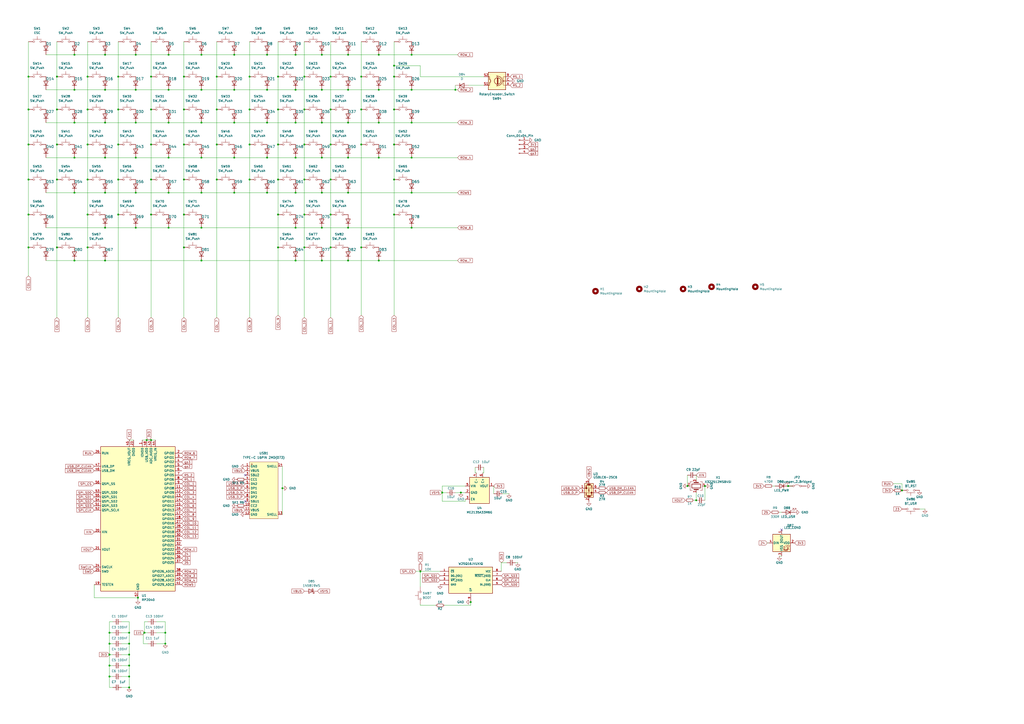
<source format=kicad_sch>
(kicad_sch (version 20250114) (generator "eeschema") (generator_version "9.0")
  (paper "A2")
  (lib_symbols
    (symbol "Connector:Conn_01x04_Pin" (pin_names (offset 1.016) (hide yes))
      (property "Reference" "J" (at 0 5.08 0))
      (property "Value" "Conn_01x04_Pin" (at 0 -7.62 0))
      (symbol "Conn_01x04_Pin_1_1"
        (pin passive line (at 5.08 2.54 180) (length 3.81) (name "Pin_1") (number "1"))
        (pin passive line (at 5.08 0 180) (length 3.81) (name "Pin_2") (number "2"))
        (pin passive line (at 5.08 -2.54 180) (length 3.81) (name "Pin_3") (number "3"))
        (pin passive line (at 5.08 -5.08 180) (length 3.81) (name "Pin_4") (number "4"))
      )
    )
    (symbol "Crystals:X322512MSB4SI" (pin_names (offset 1.016) (hide yes))
      (property "Reference" "Y" (at 3.175 5.08 0))
      (property "Value" "X322512MSB4SI" (at 3.175 3.175 0))
      (symbol "X322512MSB4SI_1_1"
        (pin passive line (at -3.81 0 0) (length 1.27) (name "1") (number "1"))
        (pin passive line (at 0 5.08 270) (length 1.27) (name "2") (number "2"))
        (pin passive line (at 0 -5.08 90) (length 1.27) (name "4") (number "4"))
        (pin passive line (at 3.81 0 180) (length 1.27) (name "3") (number "3"))
      )
    )
    (symbol "Device:C_Small" (pin_numbers (hide yes)) (pin_names (offset 0.254) (hide yes))
      (property "Reference" "C" (at 0.254 1.778 0))
      (property "Value" "C_Small" (at 0.254 -2.032 0))
      (symbol "C_Small_1_1"
        (pin passive line (at 0 2.54 270) (length 2.032) (name "~") (number "1"))
        (pin passive line (at 0 -2.54 90) (length 2.032) (name "~") (number "2"))
      )
    )
    (symbol "Device:D" (pin_numbers (hide yes)) (pin_names (offset 1.016) (hide yes))
      (property "Reference" "D" (at 0 2.54 0))
      (property "Value" "D" (at 0 -2.54 0))
      (symbol "D_1_1"
        (pin passive line (at -3.81 0 0) (length 2.54) (name "K") (number "1"))
        (pin passive line (at 3.81 0 180) (length 2.54) (name "A") (number "2"))
      )
    )
    (symbol "Device:LED" (pin_numbers (hide yes)) (pin_names (offset 1.016) (hide yes))
      (property "Reference" "D" (at 0 2.54 0))
      (property "Value" "LED" (at 0 -2.54 0))
      (symbol "LED_1_1"
        (pin passive line (at -3.81 0 0) (length 2.54) (name "K") (number "1"))
        (pin passive line (at 3.81 0 180) (length 2.54) (name "A") (number "2"))
      )
    )
    (symbol "Device:R_Small" (pin_numbers (hide yes)) (pin_names (offset 0.254) (hide yes))
      (property "Reference" "R" (at 0.762 0.508 0))
      (property "Value" "R_Small" (at 0.762 -1.016 0))
      (symbol "R_Small_1_1"
        (pin passive line (at 0 2.54 270) (length 0.762) (name "~") (number "1"))
        (pin passive line (at 0 -2.54 90) (length 0.762) (name "~") (number "2"))
      )
    )
    (symbol "Device:RotaryEncoder_Switch" (pin_names (offset 0.254) (hide yes))
      (property "Reference" "SW" (at 0 6.604 0))
      (property "Value" "RotaryEncoder_Switch" (at 0 -6.604 0))
      (symbol "RotaryEncoder_Switch_1_1"
        (pin passive line (at -7.62 2.54 0) (length 2.54) (name "A") (number "A"))
        (pin passive line (at -7.62 0 0) (length 2.54) (name "C") (number "C"))
        (pin passive line (at -7.62 -2.54 0) (length 2.54) (name "B") (number "B"))
        (pin passive line (at 7.62 2.54 180) (length 2.54) (name "S1") (number "S1"))
        (pin passive line (at 7.62 -2.54 180) (length 2.54) (name "S2") (number "S2"))
      )
    )
    (symbol "Diode:1N5819WS" (pin_numbers (hide yes)) (pin_names (offset 1.016) (hide yes))
      (property "Reference" "D" (at 0 2.54 0))
      (property "Value" "1N5819WS" (at 0 -2.54 0))
      (symbol "1N5819WS_1_1"
        (pin passive line (at -3.81 0 0) (length 2.54) (name "K") (number "1"))
        (pin passive line (at 3.81 0 180) (length 2.54) (name "A") (number "2"))
      )
    )
    (symbol "FlashMemory:W25Q16JVUXIQ" (pin_names (offset 1.016))
      (property "Reference" "U" (at 10.16 7.62 0))
      (property "Value" "W25Q16JVUXIQ" (at 10.16 5.08 0))
      (symbol "W25Q16JVUXIQ_0_0"
        (pin bidirectional line (at 0 0 0) (length 5.08) (name "~{CS}") (number "1"))
        (pin bidirectional line (at 0 -2.54 0) (length 5.08) (name "DO_(IO1)") (number "2"))
        (pin bidirectional line (at 0 -7.62 0) (length 5.08) (name "GND") (number "4"))
        (pin bidirectional line (at 17.78 -17.78 90) (length 5.08) (name "EP") (number "9"))
        (pin bidirectional line (at 35.56 0 180) (length 5.08) (name "VCC") (number "8"))
        (pin bidirectional line (at 35.56 -5.08 180) (length 5.08) (name "CLK") (number "6"))
        (pin bidirectional line (at 35.56 -7.62 180) (length 5.08) (name "DI_(IO0)") (number "5"))
      )
      (symbol "W25Q16JVUXIQ_1_0"
        (pin bidirectional line (at 0 -5.08 0) (length 5.08) (name "~{WP_}(IO2)") (number "3"))
        (pin bidirectional line (at 35.56 -2.54 180) (length 5.08) (name "~{RESET_}(IO3)") (number "7"))
      )
    )
    (symbol "Jumper:Jumper_2_Bridged" (pin_numbers (hide yes)) (pin_names (offset 0) (hide yes))
      (property "Reference" "JP" (at 0 1.905 0))
      (property "Value" "Jumper_2_Bridged" (at 0 -2.54 0))
      (symbol "Jumper_2_Bridged_1_1"
        (pin passive line (at -5.08 0 0) (length 2.54) (name "A") (number "1"))
        (pin passive line (at 5.08 0 180) (length 2.54) (name "B") (number "2"))
      )
    )
    (symbol "LCs:TYPE-C16PIN2MD(073)"
      (property "Reference" "USB" (at 0 19.05 0))
      (property "Value" "TYPE-C 16PIN 2MD(073)" (at 0 -19.05 0))
      (symbol "TYPE-C16PIN2MD(073)_0_1"
        (pin unspecified line (at -11.43 13.97 0) (length 2.54) (name "GND") (number "1"))
        (pin unspecified line (at -11.43 11.43 0) (length 2.54) (name "VBUS") (number "2"))
        (pin unspecified line (at -11.43 8.89 0) (length 2.54) (name "SBU2") (number "3"))
        (pin unspecified line (at -11.43 6.35 0) (length 2.54) (name "CC1") (number "4"))
        (pin unspecified line (at -11.43 3.81 0) (length 2.54) (name "DN2") (number "5"))
        (pin unspecified line (at -11.43 1.27 0) (length 2.54) (name "DP1") (number "6"))
        (pin unspecified line (at -11.43 -1.27 0) (length 2.54) (name "DN1") (number "7"))
        (pin unspecified line (at -11.43 -3.81 0) (length 2.54) (name "DP2") (number "8"))
        (pin unspecified line (at -11.43 -6.35 0) (length 2.54) (name "SBU1") (number "9"))
        (pin unspecified line (at -11.43 -8.89 0) (length 2.54) (name "CC2") (number "10"))
        (pin unspecified line (at -11.43 -11.43 0) (length 2.54) (name "VBUS") (number "11"))
        (pin unspecified line (at -11.43 -13.97 0) (length 2.54) (name "GND") (number "12"))
        (pin unspecified line (at 10.16 13.97 180) (length 2.54) (name "SHELL") (number "14"))
        (pin unspecified line (at 10.16 -13.97 180) (length 2.54) (name "SHELL") (number "13"))
      )
    )
    (symbol "LEDs:XL-1615RGBC-WS2812B" (pin_names (offset 0.254))
      (property "Reference" "D" (at 5.08 5.715 0))
      (property "Value" "XL-1615RGBC-WS2812B" (at 1.27 -5.715 0))
      (symbol "XL-1615RGBC-WS2812B_0_0"
        (text "RGB" (at 2.286 -4.191 0) (effects (font (size 0.762 0.762))))
      )
      (symbol "XL-1615RGBC-WS2812B_1_1"
        (pin input line (at -7.62 0 0) (length 2.54) (name "DIN") (number "4"))
        (pin power_in line (at 0 7.62 270) (length 2.54) (name "DOUT") (number "1"))
        (pin power_in line (at 0 -7.62 90) (length 2.54) (name "VSS") (number "3"))
        (pin output line (at 7.62 0 180) (length 2.54) (name "VDD") (number "2"))
      )
    )
    (symbol "MCU_RaspberryPi:RP2040"
      (property "Reference" "U" (at 17.78 45.72 0))
      (property "Value" "RP2040" (at 17.78 43.18 0))
      (symbol "RP2040_1_1"
        (pin input line (at -25.4 38.1 0) (length 3.81) (name "RUN") (number "26"))
        (pin bidirectional line (at -25.4 30.48 0) (length 3.81) (name "USB_DP") (number "47"))
        (pin bidirectional line (at -25.4 27.94 0) (length 3.81) (name "USB_DM") (number "46"))
        (pin bidirectional line (at -25.4 20.32 0) (length 3.81) (name "QSPI_SS") (number "56"))
        (pin bidirectional line (at -25.4 15.24 0) (length 3.81) (name "QSPI_SD0") (number "53"))
        (pin bidirectional line (at -25.4 12.7 0) (length 3.81) (name "QSPI_SD1") (number "55"))
        (pin bidirectional line (at -25.4 10.16 0) (length 3.81) (name "QSPI_SD2") (number "54"))
        (pin bidirectional line (at -25.4 7.62 0) (length 3.81) (name "QSPI_SD3") (number "51"))
        (pin output line (at -25.4 5.08 0) (length 3.81) (name "QSPI_SCLK") (number "52"))
        (pin input line (at -25.4 -7.62 0) (length 3.81) (name "XIN") (number "20"))
        (pin passive line (at -25.4 -17.78 0) (length 3.81) (name "XOUT") (number "21"))
        (pin input line (at -25.4 -27.94 0) (length 3.81) (name "SWCLK") (number "24"))
        (pin bidirectional line (at -25.4 -30.48 0) (length 3.81) (name "SWD") (number "25"))
        (pin input line (at -25.4 -38.1 0) (length 3.81) (name "TESTEN") (number "19"))
        (pin power_out line (at -5.08 45.72 270) (length 3.81) (name "VREG_VOUT") (number "45"))
        (pin power_in line (at -2.54 45.72 270) (length 3.81) (name "DVDD") (number "23"))
        (pin passive line (at -2.54 45.72 270) (length 3.81) (hide yes) (name "DVDD") (number "50"))
        (pin power_in line (at 0 -45.72 90) (length 3.81) (name "GND") (number "57"))
        (pin power_in line (at 2.54 45.72 270) (length 3.81) (name "IOVDD") (number "1"))
        (pin passive line (at 2.54 45.72 270) (length 3.81) (hide yes) (name "IOVDD") (number "10"))
        (pin passive line (at 2.54 45.72 270) (length 3.81) (hide yes) (name "IOVDD") (number "22"))
        (pin passive line (at 2.54 45.72 270) (length 3.81) (hide yes) (name "IOVDD") (number "33"))
        (pin passive line (at 2.54 45.72 270) (length 3.81) (hide yes) (name "IOVDD") (number "42"))
        (pin passive line (at 2.54 45.72 270) (length 3.81) (hide yes) (name "IOVDD") (number "49"))
        (pin power_in line (at 5.08 45.72 270) (length 3.81) (name "USB_VDD") (number "48"))
        (pin power_in line (at 7.62 45.72 270) (length 3.81) (name "ADC_AVDD") (number "43"))
        (pin power_in line (at 10.16 45.72 270) (length 3.81) (name "VREG_IN") (number "44"))
        (pin bidirectional line (at 25.4 38.1 180) (length 3.81) (name "GPIO0") (number "2"))
        (pin bidirectional line (at 25.4 35.56 180) (length 3.81) (name "GPIO1") (number "3"))
        (pin bidirectional line (at 25.4 33.02 180) (length 3.81) (name "GPIO2") (number "4"))
        (pin bidirectional line (at 25.4 30.48 180) (length 3.81) (name "GPIO3") (number "5"))
        (pin bidirectional line (at 25.4 27.94 180) (length 3.81) (name "GPIO4") (number "6"))
        (pin bidirectional line (at 25.4 25.4 180) (length 3.81) (name "GPIO5") (number "7"))
        (pin bidirectional line (at 25.4 22.86 180) (length 3.81) (name "GPIO6") (number "8"))
        (pin bidirectional line (at 25.4 20.32 180) (length 3.81) (name "GPIO7") (number "9"))
        (pin bidirectional line (at 25.4 17.78 180) (length 3.81) (name "GPIO8") (number "11"))
        (pin bidirectional line (at 25.4 15.24 180) (length 3.81) (name "GPIO9") (number "12"))
        (pin bidirectional line (at 25.4 12.7 180) (length 3.81) (name "GPIO10") (number "13"))
        (pin bidirectional line (at 25.4 10.16 180) (length 3.81) (name "GPIO11") (number "14"))
        (pin bidirectional line (at 25.4 7.62 180) (length 3.81) (name "GPIO12") (number "15"))
        (pin bidirectional line (at 25.4 5.08 180) (length 3.81) (name "GPIO13") (number "16"))
        (pin bidirectional line (at 25.4 2.54 180) (length 3.81) (name "GPIO14") (number "17"))
        (pin bidirectional line (at 25.4 0 180) (length 3.81) (name "GPIO15") (number "18"))
        (pin bidirectional line (at 25.4 -2.54 180) (length 3.81) (name "GPIO16") (number "27"))
        (pin bidirectional line (at 25.4 -5.08 180) (length 3.81) (name "GPIO17") (number "28"))
        (pin bidirectional line (at 25.4 -7.62 180) (length 3.81) (name "GPIO18") (number "29"))
        (pin bidirectional line (at 25.4 -10.16 180) (length 3.81) (name "GPIO19") (number "30"))
        (pin bidirectional line (at 25.4 -12.7 180) (length 3.81) (name "GPIO20") (number "31"))
        (pin bidirectional line (at 25.4 -15.24 180) (length 3.81) (name "GPIO21") (number "32"))
        (pin bidirectional line (at 25.4 -17.78 180) (length 3.81) (name "GPIO22") (number "34"))
        (pin bidirectional line (at 25.4 -20.32 180) (length 3.81) (name "GPIO23") (number "35"))
        (pin bidirectional line (at 25.4 -22.86 180) (length 3.81) (name "GPIO24") (number "36"))
        (pin bidirectional line (at 25.4 -25.4 180) (length 3.81) (name "GPIO25") (number "37"))
        (pin bidirectional line (at 25.4 -30.48 180) (length 3.81) (name "GPIO26_ADC0") (number "38"))
        (pin bidirectional line (at 25.4 -33.02 180) (length 3.81) (name "GPIO27_ADC1") (number "39"))
        (pin bidirectional line (at 25.4 -35.56 180) (length 3.81) (name "GPIO28_ADC2") (number "40"))
        (pin bidirectional line (at 25.4 -38.1 180) (length 3.81) (name "GPIO29_ADC3") (number "41"))
      )
    )
    (symbol "Mechanical:MountingHole" (pin_names (offset 1.016)) (in_bom no)
      (property "Reference" "H" (at 0 5.08 0))
      (property "Value" "MountingHole" (at 0 3.175 0))
    )
    (symbol "Power_Protection:USBLC6-2SC6" (pin_names (hide yes))
      (property "Reference" "U" (at 0.635 5.715 0))
      (property "Value" "USBLC6-2SC6" (at 0.635 3.81 0))
      (symbol "USBLC6-2SC6_1_1"
        (pin passive line (at -5.08 0 0) (length 2.54) (name "I/O1") (number "1"))
        (pin passive line (at -5.08 -2.54 0) (length 2.54) (name "I/O2") (number "3"))
        (pin passive line (at 0 5.08 270) (length 2.54) (name "VBUS") (number "5"))
        (pin passive line (at 0 -7.62 90) (length 2.54) (name "GND") (number "2"))
        (pin passive line (at 5.08 0 180) (length 2.54) (name "I/O1") (number "6"))
        (pin passive line (at 5.08 -2.54 180) (length 2.54) (name "I/O2") (number "4"))
      )
    )
    (symbol "Regulators:ME2135A33M6G"
      (property "Reference" "U" (at 8.128 -17.526 0))
      (property "Value" "ME2135A33M6G" (at 0 0 0))
      (symbol "ME2135A33M6G_1_1"
        (pin power_in line (at -2.54 -6.35 0) (length 2.54) (name "VIN") (number "5"))
        (pin power_in line (at -2.54 -10.16 0) (length 2.54) (name "GND") (number "2"))
        (pin input line (at -2.54 -13.97 0) (length 2.54) (name "EN") (number "3"))
        (pin bidirectional line (at 3.81 1.27 270) (length 2.54) (name "C-") (number "4"))
        (pin bidirectional line (at 7.62 1.27 270) (length 2.54) (name "C+") (number "6"))
        (pin power_out line (at 13.97 -6.35 180) (length 2.54) (name "VOUT") (number "1"))
      )
    )
    (symbol "Switch:SW_Push" (pin_numbers (hide yes)) (pin_names (offset 1.016) (hide yes))
      (property "Reference" "SW" (at 1.27 2.54 0))
      (property "Value" "SW_Push" (at 0 -1.524 0))
      (symbol "SW_Push_0_1"
        (pin passive line (at -5.08 0 0) (length 2.54) (name "1") (number "1"))
        (pin passive line (at 5.08 0 180) (length 2.54) (name "2") (number "2"))
      )
    )
    (symbol "power:GND" (power) (pin_numbers (hide yes)) (pin_names (offset 0) (hide yes))
      (property "Value" "GND" (at 0 -3.81 0))
      (symbol "GND_1_1"
        (pin power_in line (at 0 0 270) (length 0) (name "~") (number "1"))
      )
    )
  )
  (junction (at 106.68 63.5))
  (junction (at 16.51 124.46))
  (junction (at 154.94 52.07))
  (junction (at 116.84 52.07))
  (junction (at 176.53 44.45))
  (junction (at 186.69 132.08))
  (junction (at 85.09 255.27))
  (junction (at 97.79 111.76))
  (junction (at 135.89 52.07))
  (junction (at 33.02 63.5))
  (junction (at 171.45 52.07))
  (junction (at 176.53 124.46))
  (junction (at 50.8 124.46))
  (junction (at 186.69 91.44))
  (junction (at 171.45 91.44))
  (junction (at 97.79 71.12))
  (junction (at 74.93 367.03))
  (junction (at 106.68 44.45))
  (junction (at 408.94 281.94))
  (junction (at 228.6 124.46))
  (junction (at 238.76 132.08))
  (junction (at 60.96 132.08))
  (junction (at 125.73 44.45))
  (junction (at 135.89 71.12))
  (junction (at 161.29 63.5))
  (junction (at 256.54 285.75))
  (junction (at 201.93 52.07))
  (junction (at 116.84 31.75))
  (junction (at 238.76 111.76))
  (junction (at 50.8 104.14))
  (junction (at 50.8 44.45))
  (junction (at 78.74 31.75))
  (junction (at 171.45 132.08))
  (junction (at 60.96 31.75))
  (junction (at 68.58 124.46))
  (junction (at 63.5 379.73))
  (junction (at 171.45 71.12))
  (junction (at 97.79 31.75))
  (junction (at 163.83 283.21))
  (junction (at 16.51 44.45))
  (junction (at 125.73 104.14))
  (junction (at 228.6 63.5))
  (junction (at 171.45 151.13))
  (junction (at 171.45 111.76))
  (junction (at 154.94 31.75))
  (junction (at 68.58 104.14))
  (junction (at 186.69 31.75))
  (junction (at 50.8 143.51))
  (junction (at 191.77 63.5))
  (junction (at 33.02 143.51))
  (junction (at 191.77 124.46))
  (junction (at 144.78 44.45))
  (junction (at 523.24 284.48))
  (junction (at 43.18 91.44))
  (junction (at 201.93 91.44))
  (junction (at 219.71 31.75))
  (junction (at 176.53 63.5))
  (junction (at 87.63 83.82))
  (junction (at 43.18 151.13))
  (junction (at 43.18 71.12))
  (junction (at 228.6 38.1))
  (junction (at 125.73 83.82))
  (junction (at 116.84 111.76))
  (junction (at 106.68 83.82))
  (junction (at 60.96 71.12))
  (junction (at 186.69 52.07))
  (junction (at 209.55 83.82))
  (junction (at 238.76 31.75))
  (junction (at 106.68 104.14))
  (junction (at 176.53 104.14))
  (junction (at 87.63 63.5))
  (junction (at 116.84 132.08))
  (junction (at 87.63 44.45))
  (junction (at 16.51 83.82))
  (junction (at 50.8 63.5))
  (junction (at 219.71 151.13))
  (junction (at 209.55 143.51))
  (junction (at 135.89 31.75))
  (junction (at 33.02 83.82))
  (junction (at 60.96 111.76))
  (junction (at 74.93 373.38))
  (junction (at 403.86 290.195))
  (junction (at 186.69 71.12))
  (junction (at 97.79 52.07))
  (junction (at 176.53 143.51))
  (junction (at 106.68 124.46))
  (junction (at 68.58 63.5))
  (junction (at 171.45 31.75))
  (junction (at 87.63 124.46))
  (junction (at 116.84 151.13))
  (junction (at 135.89 111.76))
  (junction (at 186.69 111.76))
  (junction (at 267.335 285.75))
  (junction (at 144.78 83.82))
  (junction (at 97.79 132.08))
  (junction (at 228.6 44.45))
  (junction (at 74.93 386.08))
  (junction (at 78.74 111.76))
  (junction (at 135.89 91.44))
  (junction (at 238.76 71.12))
  (junction (at 154.94 111.76))
  (junction (at 154.94 71.12))
  (junction (at 78.74 71.12))
  (junction (at 243.84 331.47))
  (junction (at 106.68 143.51))
  (junction (at 201.93 151.13))
  (junction (at 191.77 44.45))
  (junction (at 97.79 91.44))
  (junction (at 238.76 91.44))
  (junction (at 209.55 44.45))
  (junction (at 95.885 367.03))
  (junction (at 201.93 111.76))
  (junction (at 154.94 91.44))
  (junction (at 191.77 143.51))
  (junction (at 60.96 151.13))
  (junction (at 116.84 91.44))
  (junction (at 144.78 104.14))
  (junction (at 161.29 143.51))
  (junction (at 201.93 132.08))
  (junction (at 74.93 392.43))
  (junction (at 191.77 83.82))
  (junction (at 80.01 346.71))
  (junction (at 161.29 104.14))
  (junction (at 161.29 83.82))
  (junction (at 33.02 44.45))
  (junction (at 176.53 83.82))
  (junction (at 43.18 52.07))
  (junction (at 87.63 255.27))
  (junction (at 228.6 104.14))
  (junction (at 74.93 398.78))
  (junction (at 219.71 71.12))
  (junction (at 125.73 63.5))
  (junction (at 16.51 63.5))
  (junction (at 60.96 52.07))
  (junction (at 161.29 124.46))
  (junction (at 78.74 52.07))
  (junction (at 78.74 132.08))
  (junction (at 457.2 281.94))
  (junction (at 186.69 151.13))
  (junction (at 78.74 91.44))
  (junction (at 60.96 91.44))
  (junction (at 209.55 63.5))
  (junction (at 238.76 52.07))
  (junction (at 63.5 386.08))
  (junction (at 83.82 367.03))
  (junction (at 33.02 104.14))
  (junction (at 264.16 52.07))
  (junction (at 116.84 71.12))
  (junction (at 161.29 44.45))
  (junction (at 201.93 71.12))
  (junction (at 191.77 104.14))
  (junction (at 201.93 31.75))
  (junction (at 87.63 104.14))
  (junction (at 68.58 44.45))
  (junction (at 398.78 281.94))
  (junction (at 16.51 143.51))
  (junction (at 74.93 379.73))
  (junction (at 273.05 349.25))
  (junction (at 50.8 83.82))
  (junction (at 68.58 83.82))
  (junction (at 95.885 373.38))
  (junction (at 63.5 367.03))
  (junction (at 63.5 373.38))
  (junction (at 16.51 104.14))
  (junction (at 43.18 111.76))
  (junction (at 43.18 31.75))
  (junction (at 228.6 83.82))
  (junction (at 219.71 52.07))
  (junction (at 144.78 63.5))
  (junction (at 219.71 91.44))
  (junction (at 63.5 392.43))
  (no_connect (at 142.24 290.83))
  (no_connect (at 453.39 307.34))
  (no_connect (at 142.24 275.59))
  (wire (pts (xy 295.275 286.385) (xy 291.465 286.385)))
  (wire (pts (xy 238.76 71.12) (xy 265.43 71.12)))
  (wire (pts (xy 78.74 31.75) (xy 97.79 31.75)))
  (wire (pts (xy 78.74 132.08) (xy 97.79 132.08)))
  (wire (pts (xy 125.73 104.14) (xy 125.73 184.15)))
  (wire (pts (xy 252.73 351.155) (xy 243.84 351.155)))
  (wire (pts (xy 50.8 143.51) (xy 50.8 184.15)))
  (wire (pts (xy 257.81 351.155) (xy 273.05 351.155)))
  (wire (pts (xy 536.575 295.275) (xy 533.4 295.275)))
  (wire (pts (xy 43.18 31.75) (xy 60.96 31.75)))
  (wire (pts (xy 238.76 91.44) (xy 265.43 91.44)))
  (wire (pts (xy 176.53 83.82) (xy 176.53 104.14)))
  (wire (pts (xy 176.53 44.45) (xy 176.53 63.5)))
  (wire (pts (xy 26.67 111.76) (xy 43.18 111.76)))
  (wire (pts (xy 135.89 111.76) (xy 154.94 111.76)))
  (wire (pts (xy 176.53 143.51) (xy 176.53 184.15)))
  (wire (pts (xy 209.55 83.82) (xy 209.55 143.51)))
  (wire (pts (xy 154.94 52.07) (xy 171.45 52.07)))
  (wire (pts (xy 176.53 63.5) (xy 176.53 83.82)))
  (wire (pts (xy 87.63 24.13) (xy 87.63 44.45)))
  (wire (pts (xy 161.29 83.82) (xy 161.29 104.14)))
  (wire (pts (xy 90.805 360.68) (xy 95.885 360.68)))
  (wire (pts (xy 60.96 151.13) (xy 116.84 151.13)))
  (wire (pts (xy 43.18 52.07) (xy 60.96 52.07)))
  (wire (pts (xy 191.77 104.14) (xy 191.77 124.46)))
  (wire (pts (xy 116.84 91.44) (xy 135.89 91.44)))
  (wire (pts (xy 144.78 104.14) (xy 144.78 184.15)))
  (wire (pts (xy 403.86 275.59) (xy 403.86 278.13)))
  (wire (pts (xy 228.6 44.45) (xy 228.6 63.5)))
  (wire (pts (xy 228.6 124.46) (xy 228.6 182.88)))
  (wire (pts (xy 80.01 346.71) (xy 80.01 347.98)))
  (wire (pts (xy 70.485 373.38) (xy 74.93 373.38)))
  (wire (pts (xy 523.24 280.67) (xy 523.24 284.48)))
  (wire (pts (xy 87.63 124.46) (xy 87.63 184.15)))
  (wire (pts (xy 97.79 31.75) (xy 116.84 31.75)))
  (wire (pts (xy 238.76 52.07) (xy 264.16 52.07)))
  (wire (pts (xy 78.74 91.44) (xy 97.79 91.44)))
  (wire (pts (xy 286.385 286.385) (xy 286.385 281.94)))
  (wire (pts (xy 256.54 285.75) (xy 256.54 290.83)))
  (wire (pts (xy 65.405 398.78) (xy 63.5 398.78)))
  (wire (pts (xy 264.16 52.07) (xy 265.43 52.07)))
  (wire (pts (xy 125.73 24.13) (xy 125.73 44.45)))
  (wire (pts (xy 26.67 52.07) (xy 43.18 52.07)))
  (wire (pts (xy 87.63 44.45) (xy 87.63 63.5)))
  (wire (pts (xy 452.12 297.18) (xy 453.39 297.18)))
  (wire (pts (xy 83.185 373.38) (xy 83.185 367.03)))
  (wire (pts (xy 161.29 143.51) (xy 161.29 182.88)))
  (wire (pts (xy 290.83 326.39) (xy 290.83 331.47)))
  (wire (pts (xy 74.93 360.68) (xy 74.93 367.03)))
  (wire (pts (xy 63.5 379.73) (xy 65.405 379.73)))
  (wire (pts (xy 83.185 373.38) (xy 85.725 373.38)))
  (wire (pts (xy 74.93 379.73) (xy 74.93 386.08)))
  (wire (pts (xy 70.485 379.73) (xy 74.93 379.73)))
  (wire (pts (xy 74.93 392.43) (xy 74.93 398.78)))
  (wire (pts (xy 125.73 63.5) (xy 125.73 83.82)))
  (wire (pts (xy 154.94 91.44) (xy 171.45 91.44)))
  (wire (pts (xy 63.5 373.38) (xy 63.5 367.03)))
  (wire (pts (xy 16.51 24.13) (xy 16.51 44.45)))
  (wire (pts (xy 280.67 49.53) (xy 271.78 49.53)))
  (wire (pts (xy 228.6 83.82) (xy 228.6 104.14)))
  (wire (pts (xy 50.8 63.5) (xy 50.8 83.82)))
  (wire (pts (xy 228.6 104.14) (xy 228.6 124.46)))
  (wire (pts (xy 87.63 83.82) (xy 87.63 104.14)))
  (wire (pts (xy 97.79 71.12) (xy 116.84 71.12)))
  (wire (pts (xy 219.71 31.75) (xy 238.76 31.75)))
  (wire (pts (xy 228.6 24.13) (xy 228.6 38.1)))
  (wire (pts (xy 276.225 274.32) (xy 275.59 274.32)))
  (wire (pts (xy 445.77 314.96) (xy 445.135 314.96)))
  (wire (pts (xy 201.93 31.75) (xy 219.71 31.75)))
  (wire (pts (xy 135.89 91.44) (xy 154.94 91.44)))
  (wire (pts (xy 26.67 151.13) (xy 43.18 151.13)))
  (wire (pts (xy 243.84 331.47) (xy 243.84 340.36)))
  (wire (pts (xy 95.885 367.03) (xy 90.805 367.03)))
  (wire (pts (xy 209.55 143.51) (xy 209.55 182.88)))
  (wire (pts (xy 50.8 83.82) (xy 50.8 104.14)))
  (wire (pts (xy 171.45 71.12) (xy 186.69 71.12)))
  (wire (pts (xy 243.84 38.1) (xy 228.6 38.1)))
  (wire (pts (xy 43.18 111.76) (xy 60.96 111.76)))
  (wire (pts (xy 191.77 124.46) (xy 191.77 143.51)))
  (wire (pts (xy 74.93 367.03) (xy 74.93 373.38)))
  (wire (pts (xy 74.93 386.08) (xy 74.93 392.43)))
  (wire (pts (xy 68.58 83.82) (xy 68.58 104.14)))
  (wire (pts (xy 171.45 132.08) (xy 186.69 132.08)))
  (wire (pts (xy 457.2 281.94) (xy 459.74 281.94)))
  (wire (pts (xy 16.51 63.5) (xy 16.51 83.82)))
  (wire (pts (xy 33.02 44.45) (xy 33.02 63.5)))
  (wire (pts (xy 403.86 285.75) (xy 403.86 290.195)))
  (wire (pts (xy 256.54 281.94) (xy 269.875 281.94)))
  (wire (pts (xy 106.68 44.45) (xy 106.68 63.5)))
  (wire (pts (xy 171.45 52.07) (xy 186.69 52.07)))
  (wire (pts (xy 518.16 280.67) (xy 523.24 280.67)))
  (wire (pts (xy 63.5 379.73) (xy 63.5 386.08)))
  (wire (pts (xy 186.69 151.13) (xy 201.93 151.13)))
  (wire (pts (xy 116.84 71.12) (xy 135.89 71.12)))
  (wire (pts (xy 50.8 124.46) (xy 50.8 143.51)))
  (wire (pts (xy 33.02 24.13) (xy 33.02 44.45)))
  (wire (pts (xy 448.31 281.94) (xy 449.58 281.94)))
  (wire (pts (xy 43.18 151.13) (xy 60.96 151.13)))
  (wire (pts (xy 241.3 331.47) (xy 243.84 331.47)))
  (wire (pts (xy 186.69 31.75) (xy 201.93 31.75)))
  (wire (pts (xy 171.45 91.44) (xy 186.69 91.44)))
  (wire (pts (xy 176.53 24.13) (xy 176.53 44.45)))
  (wire (pts (xy 97.79 52.07) (xy 116.84 52.07)))
  (wire (pts (xy 290.83 326.39) (xy 294.005 326.39)))
  (wire (pts (xy 74.93 255.27) (xy 77.47 255.27)))
  (wire (pts (xy 68.58 124.46) (xy 68.58 184.15)))
  (wire (pts (xy 63.5 386.08) (xy 65.405 386.08)))
  (wire (pts (xy 238.76 31.75) (xy 265.43 31.75)))
  (wire (pts (xy 209.55 63.5) (xy 209.55 83.82)))
  (wire (pts (xy 219.71 71.12) (xy 238.76 71.12)))
  (wire (pts (xy 256.54 285.75) (xy 259.08 285.75)))
  (wire (pts (xy 144.78 24.13) (xy 144.78 44.45)))
  (wire (pts (xy 16.51 143.51) (xy 16.51 160.02)))
  (wire (pts (xy 154.94 71.12) (xy 171.45 71.12)))
  (wire (pts (xy 63.5 392.43) (xy 65.405 392.43)))
  (wire (pts (xy 74.93 373.38) (xy 74.93 379.73)))
  (wire (pts (xy 97.79 132.08) (xy 116.84 132.08)))
  (wire (pts (xy 106.68 63.5) (xy 106.68 83.82)))
  (wire (pts (xy 186.69 52.07) (xy 201.93 52.07)))
  (wire (pts (xy 26.67 31.75) (xy 43.18 31.75)))
  (wire (pts (xy 228.6 38.1) (xy 228.6 44.45)))
  (wire (pts (xy 106.68 143.51) (xy 106.68 184.15)))
  (wire (pts (xy 63.5 386.08) (xy 63.5 392.43)))
  (wire (pts (xy 219.71 151.13) (xy 265.43 151.13)))
  (wire (pts (xy 60.96 132.08) (xy 78.74 132.08)))
  (wire (pts (xy 95.885 360.68) (xy 95.885 367.03)))
  (wire (pts (xy 87.63 255.27) (xy 90.17 255.27)))
  (wire (pts (xy 116.84 111.76) (xy 135.89 111.76)))
  (wire (pts (xy 50.8 24.13) (xy 50.8 44.45)))
  (wire (pts (xy 191.77 44.45) (xy 191.77 63.5)))
  (wire (pts (xy 116.84 132.08) (xy 171.45 132.08)))
  (wire (pts (xy 269.875 290.83) (xy 269.875 289.56)))
  (wire (pts (xy 256.54 290.83) (xy 269.875 290.83)))
  (wire (pts (xy 104.775 262.89) (xy 105.41 262.89)))
  (wire (pts (xy 161.29 63.5) (xy 161.29 83.82)))
  (wire (pts (xy 106.68 24.13) (xy 106.68 44.45)))
  (wire (pts (xy 63.5 373.38) (xy 65.405 373.38)))
  (wire (pts (xy 63.5 367.03) (xy 65.405 367.03)))
  (wire (pts (xy 83.82 360.68) (xy 85.725 360.68)))
  (wire (pts (xy 83.82 367.03) (xy 83.82 360.68)))
  (wire (pts (xy 191.77 143.51) (xy 191.77 184.15)))
  (wire (pts (xy 186.69 71.12) (xy 201.93 71.12)))
  (wire (pts (xy 60.96 91.44) (xy 78.74 91.44)))
  (wire (pts (xy 161.29 104.14) (xy 161.29 124.46)))
  (wire (pts (xy 176.53 124.46) (xy 176.53 143.51)))
  (wire (pts (xy 238.76 111.76) (xy 265.43 111.76)))
  (wire (pts (xy 78.74 71.12) (xy 97.79 71.12)))
  (wire (pts (xy 85.09 255.27) (xy 87.63 255.27)))
  (wire (pts (xy 219.71 91.44) (xy 238.76 91.44)))
  (wire (pts (xy 78.74 52.07) (xy 97.79 52.07)))
  (wire (pts (xy 264.16 49.53) (xy 264.16 52.07)))
  (wire (pts (xy 60.96 31.75) (xy 78.74 31.75)))
  (wire (pts (xy 16.51 83.82) (xy 16.51 104.14)))
  (wire (pts (xy 95.885 373.38) (xy 95.885 367.03)))
  (wire (pts (xy 163.83 270.51) (xy 163.83 283.21)))
  (wire (pts (xy 453.39 322.58) (xy 452.12 322.58)))
  (wire (pts (xy 269.875 285.75) (xy 267.335 285.75)))
  (wire (pts (xy 154.94 31.75) (xy 171.45 31.75)))
  (wire (pts (xy 135.89 31.75) (xy 154.94 31.75)))
  (wire (pts (xy 186.69 91.44) (xy 201.93 91.44)))
  (wire (pts (xy 201.93 91.44) (xy 219.71 91.44)))
  (wire (pts (xy 16.51 44.45) (xy 16.51 63.5)))
  (wire (pts (xy 275.59 274.32) (xy 275.59 271.145)))
  (wire (pts (xy 144.78 44.45) (xy 144.78 63.5)))
  (wire (pts (xy 33.02 143.51) (xy 33.02 184.15)))
  (wire (pts (xy 116.84 31.75) (xy 135.89 31.75)))
  (wire (pts (xy 280.67 44.45) (xy 243.84 44.45)))
  (wire (pts (xy 154.94 111.76) (xy 171.45 111.76)))
  (wire (pts (xy 68.58 63.5) (xy 68.58 83.82)))
  (wire (pts (xy 16.51 124.46) (xy 16.51 143.51)))
  (wire (pts (xy 26.67 132.08) (xy 60.96 132.08)))
  (wire (pts (xy 135.89 71.12) (xy 154.94 71.12)))
  (wire (pts (xy 82.55 255.27) (xy 85.09 255.27)))
  (wire (pts (xy 238.76 132.08) (xy 265.43 132.08)))
  (wire (pts (xy 201.93 111.76) (xy 238.76 111.76)))
  (wire (pts (xy 402.59 290.195) (xy 403.86 290.195)))
  (wire (pts (xy 280.67 274.32) (xy 280.67 271.145)))
  (wire (pts (xy 106.68 104.14) (xy 106.68 124.46)))
  (wire (pts (xy 54.61 339.09) (xy 54.61 346.71)))
  (wire (pts (xy 60.96 71.12) (xy 78.74 71.12)))
  (wire (pts (xy 186.69 111.76) (xy 201.93 111.76)))
  (wire (pts (xy 63.5 373.38) (xy 63.5 379.73)))
  (wire (pts (xy 299.085 326.39) (xy 300.355 326.39)))
  (wire (pts (xy 16.51 104.14) (xy 16.51 124.46)))
  (wire (pts (xy 243.84 44.45) (xy 243.84 38.1)))
  (wire (pts (xy 33.02 83.82) (xy 33.02 104.14)))
  (wire (pts (xy 171.45 31.75) (xy 186.69 31.75)))
  (wire (pts (xy 60.96 52.07) (xy 78.74 52.07)))
  (wire (pts (xy 171.45 111.76) (xy 186.69 111.76)))
  (wire (pts (xy 273.05 351.155) (xy 273.05 349.25)))
  (wire (pts (xy 201.93 52.07) (xy 219.71 52.07)))
  (wire (pts (xy 209.55 44.45) (xy 209.55 63.5)))
  (wire (pts (xy 87.63 104.14) (xy 87.63 124.46)))
  (wire (pts (xy 201.93 132.08) (xy 238.76 132.08)))
  (wire (pts (xy 70.485 392.43) (xy 74.93 392.43)))
  (wire (pts (xy 161.29 124.46) (xy 161.29 143.51)))
  (wire (pts (xy 50.8 44.45) (xy 50.8 63.5)))
  (wire (pts (xy 78.74 111.76) (xy 97.79 111.76)))
  (wire (pts (xy 144.78 83.82) (xy 144.78 104.14)))
  (wire (pts (xy 83.82 367.03) (xy 85.725 367.03)))
  (wire (pts (xy 256.54 281.94) (xy 256.54 285.75)))
  (wire (pts (xy 83.82 367.03) (xy 83.185 367.03)))
  (wire (pts (xy 87.63 63.5) (xy 87.63 83.82)))
  (wire (pts (xy 171.45 151.13) (xy 186.69 151.13)))
  (wire (pts (xy 97.79 91.44) (xy 116.84 91.44)))
  (wire (pts (xy 68.58 24.13) (xy 68.58 44.45)))
  (wire (pts (xy 191.77 24.13) (xy 191.77 44.45)))
  (wire (pts (xy 135.89 52.07) (xy 154.94 52.07)))
  (wire (pts (xy 116.84 151.13) (xy 171.45 151.13)))
  (wire (pts (xy 398.78 275.59) (xy 398.78 281.94)))
  (wire (pts (xy 60.96 111.76) (xy 78.74 111.76)))
  (wire (pts (xy 63.5 367.03) (xy 63.5 360.68)))
  (wire (pts (xy 209.55 24.13) (xy 209.55 44.45)))
  (wire (pts (xy 106.68 83.82) (xy 106.68 104.14)))
  (wire (pts (xy 201.93 71.12) (xy 219.71 71.12)))
  (wire (pts (xy 201.93 151.13) (xy 219.71 151.13)))
  (wire (pts (xy 125.73 44.45) (xy 125.73 63.5)))
  (wire (pts (xy 43.18 91.44) (xy 60.96 91.44)))
  (wire (pts (xy 74.93 367.03) (xy 70.485 367.03)))
  (wire (pts (xy 33.02 63.5) (xy 33.02 83.82)))
  (wire (pts (xy 97.79 111.76) (xy 116.84 111.76)))
  (wire (pts (xy 186.69 132.08) (xy 201.93 132.08)))
  (wire (pts (xy 163.83 283.21) (xy 163.83 298.45)))
  (wire (pts (xy 26.67 71.12) (xy 43.18 71.12)))
  (wire (pts (xy 144.78 63.5) (xy 144.78 83.82)))
  (wire (pts (xy 70.485 386.08) (xy 74.93 386.08)))
  (wire (pts (xy 191.77 63.5) (xy 191.77 83.82)))
  (wire (pts (xy 267.335 285.75) (xy 264.16 285.75)))
  (wire (pts (xy 63.5 360.68) (xy 65.405 360.68)))
  (wire (pts (xy 243.84 331.47) (xy 255.27 331.47)))
  (wire (pts (xy 43.18 71.12) (xy 60.96 71.12)))
  (wire (pts (xy 219.71 52.07) (xy 238.76 52.07)))
  (wire (pts (xy 408.94 281.94) (xy 408.94 290.195)))
  (wire (pts (xy 74.93 398.78) (xy 70.485 398.78)))
  (wire (pts (xy 191.77 83.82) (xy 191.77 104.14)))
  (wire (pts (xy 26.67 91.44) (xy 43.18 91.44)))
  (wire (pts (xy 280.035 274.32) (xy 280.67 274.32)))
  (wire (pts (xy 70.485 360.68) (xy 74.93 360.68)))
  (wire (pts (xy 68.58 104.14) (xy 68.58 124.46)))
  (wire (pts (xy 176.53 104.14) (xy 176.53 124.46)))
  (wire (pts (xy 116.84 52.07) (xy 135.89 52.07)))
  (wire (pts (xy 228.6 63.5) (xy 228.6 83.82)))
  (wire (pts (xy 90.805 373.38) (xy 95.885 373.38)))
  (wire (pts (xy 33.02 104.14) (xy 33.02 143.51)))
  (wire (pts (xy 106.68 124.46) (xy 106.68 143.51)))
  (wire (pts (xy 161.29 44.45) (xy 161.29 63.5)))
  (wire (pts (xy 54.61 346.71) (xy 80.01 346.71)))
  (wire (pts (xy 125.73 83.82) (xy 125.73 104.14)))
  (wire (pts (xy 50.8 104.14) (xy 50.8 124.46)))
  (wire (pts (xy 161.29 24.13) (xy 161.29 44.45)))
  (wire (pts (xy 68.58 44.45) (xy 68.58 63.5)))
  (wire (pts (xy 243.84 351.155) (xy 243.84 350.52)))
  (wire (pts (xy 63.5 392.43) (xy 63.5 398.78)))
  (global_label "RS_2" (shape input) (at 295.91 49.53 0) (property "Intersheetrefs" "${INTERSHEET_REFS}" (effects (hide yes))))
  (global_label "VBUS" (shape input) (at 142.24 295.91 180) (property "Intersheetrefs" "${INTERSHEET_REFS}" (effects (hide yes))))
  (global_label "COL_2" (shape input) (at 105.41 283.21 0) (property "Intersheetrefs" "${INTERSHEET_REFS}" (effects (hide yes))))
  (global_label "SPI_CLK" (shape input) (at 54.61 295.91 180) (property "Intersheetrefs" "${INTERSHEET_REFS}" (effects (hide yes))))
  (global_label "SPI_CS" (shape input) (at 54.61 280.67 180) (property "Intersheetrefs" "${INTERSHEET_REFS}" (effects (hide yes))))
  (global_label "COL_12" (shape input) (at 209.55 182.88 270) (property "Intersheetrefs" "${INTERSHEET_REFS}" (effects (hide yes))))
  (global_label "COL_10" (shape input) (at 176.53 184.15 270) (property "Intersheetrefs" "${INTERSHEET_REFS}" (effects (hide yes))))
  (global_label "SPI_SD2" (shape input) (at 255.27 336.55 180) (property "Intersheetrefs" "${INTERSHEET_REFS}" (effects (hide yes))))
  (global_label "ROW_4" (shape input) (at 105.41 336.55 0) (property "Intersheetrefs" "${INTERSHEET_REFS}" (effects (hide yes))))
  (global_label "1V1" (shape input) (at 83.82 367.03 180) (property "Intersheetrefs" "${INTERSHEET_REFS}" (effects (hide yes))))
  (global_label "USB_D_N" (shape input) (at 142.24 285.75 180) (property "Intersheetrefs" "${INTERSHEET_REFS}" (effects (hide yes))))
  (global_label "gp2" (shape input) (at 105.41 270.51 0) (property "Intersheetrefs" "${INTERSHEET_REFS}" (effects (hide yes))))
  (global_label "SPI_SD2" (shape input) (at 54.61 290.83 180) (property "Intersheetrefs" "${INTERSHEET_REFS}" (effects (hide yes))))
  (global_label "SPI_SD3" (shape input) (at 54.61 293.37 180) (property "Intersheetrefs" "${INTERSHEET_REFS}" (effects (hide yes))))
  (global_label "COL_4" (shape input) (at 68.58 184.15 270) (property "Intersheetrefs" "${INTERSHEET_REFS}" (effects (hide yes))))
  (global_label "VSYS" (shape input) (at 256.54 285.75 180) (property "Intersheetrefs" "${INTERSHEET_REFS}" (effects (hide yes))))
  (global_label "24" (shape input) (at 445.135 314.96 180) (property "Intersheetrefs" "${INTERSHEET_REFS}" (effects (hide yes))))
  (global_label "XIN" (shape input) (at 403.86 275.59 0) (property "Intersheetrefs" "${INTERSHEET_REFS}" (effects (hide yes))))
  (global_label "SWD" (shape input) (at 54.61 331.47 180) (property "Intersheetrefs" "${INTERSHEET_REFS}" (effects (hide yes))))
  (global_label "SPI_CLK" (shape input) (at 290.83 336.55 0) (property "Intersheetrefs" "${INTERSHEET_REFS}" (effects (hide yes))))
  (global_label "3V3" (shape input) (at 518.16 284.48 180) (property "Intersheetrefs" "${INTERSHEET_REFS}" (effects (hide yes))))
  (global_label "1V1" (shape input) (at 74.93 255.27 90) (property "Intersheetrefs" "${INTERSHEET_REFS}" (effects (hide yes))))
  (global_label "gp3" (shape input) (at 306.07 88.9 0) (property "Intersheetrefs" "${INTERSHEET_REFS}" (effects (hide yes))))
  (global_label "3V3" (shape input) (at 243.84 326.39 90) (property "Intersheetrefs" "${INTERSHEET_REFS}" (effects (hide yes))))
  (global_label "USB_D_P" (shape input) (at 142.24 283.21 180) (property "Intersheetrefs" "${INTERSHEET_REFS}" (effects (hide yes))))
  (global_label "23" (shape input) (at 523.24 295.275 180) (property "Intersheetrefs" "${INTERSHEET_REFS}" (effects (hide yes))))
  (global_label "ROW_4" (shape input) (at 265.43 91.44 0) (property "Intersheetrefs" "${INTERSHEET_REFS}" (effects (hide yes))))
  (global_label "XIN" (shape input) (at 54.61 308.61 180) (property "Intersheetrefs" "${INTERSHEET_REFS}" (effects (hide yes))))
  (global_label "USB_DP_CLEAN" (shape input) (at 54.61 270.51 180) (property "Intersheetrefs" "${INTERSHEET_REFS}" (effects (hide yes))))
  (global_label "VBUS" (shape input) (at 341.63 278.13 90) (property "Intersheetrefs" "${INTERSHEET_REFS}" (effects (hide yes))))
  (global_label "VSYS" (shape input) (at 184.15 342.9 0) (property "Intersheetrefs" "${INTERSHEET_REFS}" (effects (hide yes))))
  (global_label "USB_D_P" (shape input) (at 142.24 288.29 180) (property "Intersheetrefs" "${INTERSHEET_REFS}" (effects (hide yes))))
  (global_label "XOUT" (shape input) (at 54.61 318.77 180) (property "Intersheetrefs" "${INTERSHEET_REFS}" (effects (hide yes))))
  (global_label "COL_8" (shape input) (at 144.78 184.15 270) (property "Intersheetrefs" "${INTERSHEET_REFS}" (effects (hide yes))))
  (global_label "COL_10" (shape input) (at 105.41 303.53 0) (property "Intersheetrefs" "${INTERSHEET_REFS}" (effects (hide yes))))
  (global_label "COL_3" (shape input) (at 50.8 184.15 270) (property "Intersheetrefs" "${INTERSHEET_REFS}" (effects (hide yes))))
  (global_label "25" (shape input) (at 105.41 326.39 0) (property "Intersheetrefs" "${INTERSHEET_REFS}" (effects (hide yes))))
  (global_label "COL_7" (shape input) (at 125.73 184.15 270) (property "Intersheetrefs" "${INTERSHEET_REFS}" (effects (hide yes))))
  (global_label "RS_1" (shape input) (at 295.91 44.45 0) (property "Intersheetrefs" "${INTERSHEET_REFS}" (effects (hide yes))))
  (global_label "25" (shape input) (at 447.04 297.18 180) (property "Intersheetrefs" "${INTERSHEET_REFS}" (effects (hide yes))))
  (global_label "SPI_CS" (shape input) (at 241.3 331.47 180) (property "Intersheetrefs" "${INTERSHEET_REFS}" (effects (hide yes))))
  (global_label "COL_12" (shape input) (at 105.41 308.61 0) (property "Intersheetrefs" "${INTERSHEET_REFS}" (effects (hide yes))))
  (global_label "COL_6" (shape input) (at 106.68 184.15 270) (property "Intersheetrefs" "${INTERSHEET_REFS}" (effects (hide yes))))
  (global_label "23" (shape input) (at 105.41 323.85 0) (property "Intersheetrefs" "${INTERSHEET_REFS}" (effects (hide yes))))
  (global_label "3V3" (shape input) (at 306.07 83.82 0) (property "Intersheetrefs" "${INTERSHEET_REFS}" (effects (hide yes))))
  (global_label "VBUS" (shape input) (at 176.53 342.9 180) (property "Intersheetrefs" "${INTERSHEET_REFS}" (effects (hide yes))))
  (global_label "USB_D_P" (shape input) (at 336.55 285.75 180) (property "Intersheetrefs" "${INTERSHEET_REFS}" (effects (hide yes))))
  (global_label "SPI_SD0" (shape input) (at 290.83 339.09 0) (property "Intersheetrefs" "${INTERSHEET_REFS}" (effects (hide yes))))
  (global_label "USB_D_N" (shape input) (at 336.55 283.21 180) (property "Intersheetrefs" "${INTERSHEET_REFS}" (effects (hide yes))))
  (global_label "ROW_7" (shape input) (at 105.41 265.43 0) (property "Intersheetrefs" "${INTERSHEET_REFS}" (effects (hide yes))))
  (global_label "USB_D_N" (shape input) (at 142.24 280.67 180) (property "Intersheetrefs" "${INTERSHEET_REFS}" (effects (hide yes))))
  (global_label "ROW_2" (shape input) (at 105.41 331.47 0) (property "Intersheetrefs" "${INTERSHEET_REFS}" (effects (hide yes))))
  (global_label "COL_11" (shape input) (at 191.77 184.15 270) (property "Intersheetrefs" "${INTERSHEET_REFS}" (effects (hide yes))))
  (global_label "ROW_3" (shape input) (at 105.41 334.01 0) (property "Intersheetrefs" "${INTERSHEET_REFS}" (effects (hide yes))))
  (global_label "gp2" (shape input) (at 306.07 86.36 0) (property "Intersheetrefs" "${INTERSHEET_REFS}" (effects (hide yes))))
  (global_label "VBUS" (shape input) (at 142.24 273.05 180) (property "Intersheetrefs" "${INTERSHEET_REFS}" (effects (hide yes))))
  (global_label "XOUT" (shape input) (at 397.51 290.195 180) (property "Intersheetrefs" "${INTERSHEET_REFS}" (effects (hide yes))))
  (global_label "COL_7" (shape input) (at 105.41 295.91 0) (property "Intersheetrefs" "${INTERSHEET_REFS}" (effects (hide yes))))
  (global_label "ROW_6" (shape input) (at 105.41 262.89 0) (property "Intersheetrefs" "${INTERSHEET_REFS}" (effects (hide yes))))
  (global_label "COL_4" (shape input) (at 105.41 288.29 0) (property "Intersheetrefs" "${INTERSHEET_REFS}" (effects (hide yes))))
  (global_label "SPI_SD1" (shape input) (at 255.27 334.01 180) (property "Intersheetrefs" "${INTERSHEET_REFS}" (effects (hide yes))))
  (global_label "3V3" (shape input) (at 290.83 326.39 90) (property "Intersheetrefs" "${INTERSHEET_REFS}" (effects (hide yes))))
  (global_label "SWCLK" (shape input) (at 54.61 328.93 180) (property "Intersheetrefs" "${INTERSHEET_REFS}" (effects (hide yes))))
  (global_label "SPI_SD3" (shape input) (at 290.83 334.01 0) (property "Intersheetrefs" "${INTERSHEET_REFS}" (effects (hide yes))))
  (global_label "COL_5" (shape input) (at 105.41 290.83 0) (property "Intersheetrefs" "${INTERSHEET_REFS}" (effects (hide yes))))
  (global_label "COL_11" (shape input) (at 105.41 306.07 0) (property "Intersheetrefs" "${INTERSHEET_REFS}" (effects (hide yes))))
  (global_label "COL_5" (shape input) (at 87.63 184.15 270) (property "Intersheetrefs" "${INTERSHEET_REFS}" (effects (hide yes))))
  (global_label "ROW_3" (shape input) (at 265.43 71.12 0) (property "Intersheetrefs" "${INTERSHEET_REFS}" (effects (hide yes))))
  (global_label "USB_DP_CLEAN" (shape input) (at 351.79 285.75 0) (property "Intersheetrefs" "${INTERSHEET_REFS}" (effects (hide yes))))
  (global_label "ROW_1" (shape input) (at 105.41 318.77 0) (property "Intersheetrefs" "${INTERSHEET_REFS}" (effects (hide yes))))
  (global_label "RUN" (shape input) (at 518.16 280.67 180) (property "Intersheetrefs" "${INTERSHEET_REFS}" (effects (hide yes))))
  (global_label "gp3" (shape input) (at 105.41 267.97 0) (property "Intersheetrefs" "${INTERSHEET_REFS}" (effects (hide yes))))
  (global_label "COL_6" (shape input) (at 105.41 293.37 0) (property "Intersheetrefs" "${INTERSHEET_REFS}" (effects (hide yes))))
  (global_label "RUN" (shape input) (at 54.61 262.89 180) (property "Intersheetrefs" "${INTERSHEET_REFS}" (effects (hide yes))))
  (global_label "COL_3" (shape input) (at 105.41 285.75 0) (property "Intersheetrefs" "${INTERSHEET_REFS}" (effects (hide yes))))
  (global_label "ROW_1" (shape input) (at 265.43 31.75 0) (property "Intersheetrefs" "${INTERSHEET_REFS}" (effects (hide yes))))
  (global_label "USB_DM_CLEAN" (shape input) (at 351.79 283.21 0) (property "Intersheetrefs" "${INTERSHEET_REFS}" (effects (hide yes))))
  (global_label "RS_2" (shape input) (at 105.41 275.59 0) (property "Intersheetrefs" "${INTERSHEET_REFS}" (effects (hide yes))))
  (global_label "COL_2" (shape input) (at 33.02 184.15 270) (property "Intersheetrefs" "${INTERSHEET_REFS}" (effects (hide yes))))
  (global_label "COL_9" (shape input) (at 161.29 182.88 270) (property "Intersheetrefs" "${INTERSHEET_REFS}" (effects (hide yes))))
  (global_label "3V3" (shape input) (at 443.23 281.94 180) (property "Intersheetrefs" "${INTERSHEET_REFS}" (effects (hide yes))))
  (global_label "COL_8" (shape input) (at 105.41 298.45 0) (property "Intersheetrefs" "${INTERSHEET_REFS}" (effects (hide yes))))
  (global_label "SPI_SD0" (shape input) (at 54.61 285.75 180) (property "Intersheetrefs" "${INTERSHEET_REFS}" (effects (hide yes))))
  (global_label "COL_9" (shape input) (at 105.41 300.99 0) (property "Intersheetrefs" "${INTERSHEET_REFS}" (effects (hide yes))))
  (global_label "ROW_7" (shape input) (at 265.43 151.13 0) (property "Intersheetrefs" "${INTERSHEET_REFS}" (effects (hide yes))))
  (global_label "3V3" (shape input) (at 286.385 281.94 0) (property "Intersheetrefs" "${INTERSHEET_REFS}" (effects (hide yes))))
  (global_label "3V3" (shape input) (at 86.36 255.27 90) (property "Intersheetrefs" "${INTERSHEET_REFS}" (effects (hide yes))))
  (global_label "3V3" (shape input) (at 461.01 314.96 0) (property "Intersheetrefs" "${INTERSHEET_REFS}" (effects (hide yes))))
  (global_label "USB_DM_CLEAN" (shape input) (at 54.61 273.05 180) (property "Intersheetrefs" "${INTERSHEET_REFS}" (effects (hide yes))))
  (global_label "SPI_SD1" (shape input) (at 54.61 288.29 180) (property "Intersheetrefs" "${INTERSHEET_REFS}" (effects (hide yes))))
  (global_label "RS_1" (shape input) (at 105.41 278.13 0) (property "Intersheetrefs" "${INTERSHEET_REFS}" (effects (hide yes))))
  (global_label "COL_13" (shape input) (at 228.6 182.88 270) (property "Intersheetrefs" "${INTERSHEET_REFS}" (effects (hide yes))))
  (global_label "ROW5" (shape input) (at 265.43 111.76 0) (property "Intersheetrefs" "${INTERSHEET_REFS}" (effects (hide yes))))
  (global_label "ROW5" (shape input) (at 105.41 339.09 0) (property "Intersheetrefs" "${INTERSHEET_REFS}" (effects (hide yes))))
  (global_label "ROW_6" (shape input) (at 265.43 132.08 0) (property "Intersheetrefs" "${INTERSHEET_REFS}" (effects (hide yes))))
  (global_label "COL_1" (shape input) (at 16.51 160.02 270) (property "Intersheetrefs" "${INTERSHEET_REFS}" (effects (hide yes))))
  (global_label "3V3" (shape input) (at 63.5 379.73 180) (property "Intersheetrefs" "${INTERSHEET_REFS}" (effects (hide yes))))
  (global_label "ROW_2" (shape input) (at 265.43 52.07 0) (property "Intersheetrefs" "${INTERSHEET_REFS}" (effects (hide yes))))
  (global_label "COL_13" (shape input) (at 105.41 311.15 0) (property "Intersheetrefs" "${INTERSHEET_REFS}" (effects (hide yes))))
  (global_label "COL_1" (shape input) (at 105.41 280.67 0) (property "Intersheetrefs" "${INTERSHEET_REFS}" (effects (hide yes))))
  (global_label "24" (shape input) (at 105.41 321.31 0) (property "Intersheetrefs" "${INTERSHEET_REFS}" (effects (hide yes))))
  (symbol (lib_id "Switch:SW_Push") (at 166.37 124.46 0) (unit 1)
    (property "Reference" "SW74" (at 166.37 116.84 0))
    (property "Value" "SW_Push" (at 166.37 119.38 0))
    (property "Footprint" "Button_Switch_Keyboard:SW_Cherry_MX_1.00u_PCB" (effects (hide yes)))
    (property "Description" "Push button switch, generic, two pins" (effects (hide yes)))
  )
  (symbol (lib_id "Device:D") (at 116.84 27.94 90) (unit 1)
    (property "Reference" "D6" (at 116.84 25.4 90) (effects (font (size 1.524 1.524)) (justify right)))
    (property "Value" "D" (effects (hide yes)))
    (property "Footprint" "Diode_SMD:D_0805_2012Metric_Pad1.15x1.40mm_HandSolder" (effects (hide yes)))
  )
  (symbol (lib_id "Device:C_Small") (at 67.945 386.08 90) (unit 1)
    (property "Reference" "C5" (at 66.04 382.905 90))
    (property "Value" "100nF" (at 71.12 382.905 90))
    (property "Footprint" "Capacitor_SMD:C_0402_1005Metric" (effects (hide yes)))
    (property "Description" "Unpolarized capacitor, small symbol" (effects (hide yes)))
  )
  (symbol (lib_id "Switch:SW_Push") (at 233.68 63.5 0) (unit 1)
    (property "Reference" "SW39" (at 233.68 55.88 0))
    (property "Value" "SW_Push" (at 233.68 58.42 0))
    (property "Footprint" "Button_Switch_Keyboard:SW_Cherry_MX_1.50u_PCB" (effects (hide yes)))
    (property "Description" "Push button switch, generic, two pins" (effects (hide yes)))
  )
  (symbol (lib_id "FlashMemory:W25Q16JVUXIQ") (at 255.27 331.47 0) (unit 1)
    (property "Reference" "U2" (at 273.05 324.485 0))
    (property "Value" "W25Q16JVUXIQ" (at 273.05 327.025 0))
    (property "Footprint" "Package_SON:Winbond_USON-8-1EP_3x2mm_P0.5mm_EP0.2x1.6mm" (effects (hide yes)))
    (property "Description" "SPIFLASH, 3V, 16M-BIT. Tiny footprint and cheap." (effects (hide yes)))
    (property "MANUFACTURER_NAME" "Winbond" (effects (hide yes)))
    (property "HEIGHT" "0.6mm" (effects (hide yes)))
    (property "MANUFACTURER_PART_NUMBER" "W25Q16JVUXIQ" (effects (hide yes)))
    (property "LCSC" "C2843335" (effects (hide yes)))
  )
  (symbol (lib_id "Switch:SW_Push") (at 92.71 104.14 0) (unit 1)
    (property "Reference" "SW57" (at 92.71 96.52 0))
    (property "Value" "SW_Push" (at 92.71 99.06 0))
    (property "Footprint" "Button_Switch_Keyboard:SW_Cherry_MX_1.00u_PCB" (effects (hide yes)))
    (property "Description" "Push button switch, generic, two pins" (effects (hide yes)))
  )
  (symbol (lib_id "Device:C_Small") (at 67.945 392.43 90) (unit 1)
    (property "Reference" "C6" (at 66.04 389.255 90))
    (property "Value" "100nF" (at 71.12 389.255 90))
    (property "Footprint" "Capacitor_SMD:C_0402_1005Metric" (effects (hide yes)))
    (property "Description" "Unpolarized capacitor, small symbol" (effects (hide yes)))
  )
  (symbol (lib_id "Switch:SW_Push") (at 166.37 104.14 0) (unit 1)
    (property "Reference" "SW61" (at 166.37 96.52 0))
    (property "Value" "SW_Push" (at 166.37 99.06 0))
    (property "Footprint" "Button_Switch_Keyboard:SW_Cherry_MX_1.00u_PCB" (effects (hide yes)))
    (property "Description" "Push button switch, generic, two pins" (effects (hide yes)))
  )
  (symbol (lib_id "power:GND") (at 255.27 339.09 0) (unit 1)
    (property "Reference" "#PWR012" (effects (hide yes)))
    (property "Value" "GND" (at 255.27 344.17 0))
    (property "Description" "Power symbol creates a global label with name \"GND\" , ground" (effects (hide yes)))
  )
  (symbol (lib_id "Switch:SW_Push") (at 130.81 24.13 0) (unit 1)
    (property "Reference" "SW7" (at 130.81 16.51 0))
    (property "Value" "SW_Push" (at 130.81 19.05 0))
    (property "Footprint" "Button_Switch_Keyboard:SW_Cherry_MX_1.00u_PCB" (effects (hide yes)))
    (property "Description" "Push button switch, generic, two pins" (effects (hide yes)))
  )
  (symbol (lib_id "Device:D") (at 78.74 67.31 90) (unit 1)
    (property "Reference" "D30" (at 78.74 64.77 90) (effects (font (size 1.524 1.524)) (justify right)))
    (property "Value" "D" (effects (hide yes)))
    (property "Footprint" "Diode_SMD:D_0805_2012Metric_Pad1.15x1.40mm_HandSolder" (effects (hide yes)))
  )
  (symbol (lib_id "Device:D") (at 60.96 87.63 90) (unit 1)
    (property "Reference" "D42" (at 60.96 85.09 90) (effects (font (size 1.524 1.524)) (justify right)))
    (property "Value" "D" (effects (hide yes)))
    (property "Footprint" "Diode_SMD:D_0805_2012Metric_Pad1.15x1.40mm_HandSolder" (effects (hide yes)))
  )
  (symbol (lib_id "Device:D") (at 97.79 67.31 90) (unit 1)
    (property "Reference" "D31" (at 97.79 64.77 90) (effects (font (size 1.524 1.524)) (justify right)))
    (property "Value" "D" (effects (hide yes)))
    (property "Footprint" "Diode_SMD:D_0805_2012Metric_Pad1.15x1.40mm_HandSolder" (effects (hide yes)))
  )
  (symbol (lib_id "Device:D") (at 154.94 107.95 90) (unit 1)
    (property "Reference" "D60" (at 154.94 105.41 90) (effects (font (size 1.524 1.524)) (justify right)))
    (property "Value" "D" (effects (hide yes)))
    (property "Footprint" "Diode_SMD:D_0805_2012Metric_Pad1.15x1.40mm_HandSolder" (effects (hide yes)))
  )
  (symbol (lib_id "Device:C_Small") (at 401.32 275.59 90) (unit 1)
    (property "Reference" "C9" (at 399.415 272.415 90))
    (property "Value" "22pF" (at 403.86 272.415 90))
    (property "Footprint" "Capacitor_SMD:C_0402_1005Metric" (effects (hide yes)))
    (property "Description" "Unpolarized capacitor, small symbol" (effects (hide yes)))
  )
  (symbol (lib_id "Switch:SW_Push") (at 55.88 63.5 0) (unit 1)
    (property "Reference" "SW29" (at 55.88 55.88 0))
    (property "Value" "SW_Push" (at 55.88 58.42 0))
    (property "Footprint" "Button_Switch_Keyboard:SW_Cherry_MX_1.00u_PCB" (effects (hide yes)))
    (property "Description" "Push button switch, generic, two pins" (effects (hide yes)))
  )
  (symbol (lib_id "Switch:SW_Push") (at 111.76 83.82 0) (unit 1)
    (property "Reference" "SW45" (at 111.76 76.2 0))
    (property "Value" "SW_Push" (at 111.76 78.74 0))
    (property "Footprint" "Button_Switch_Keyboard:SW_Cherry_MX_1.00u_PCB" (effects (hide yes)))
    (property "Description" "Push button switch, generic, two pins" (effects (hide yes)))
  )
  (symbol (lib_id "Switch:SW_Push") (at 73.66 44.45 0) (unit 1)
    (property "Reference" "SW17" (at 73.66 36.83 0))
    (property "Value" "SW_Push" (at 73.66 39.37 0))
    (property "Footprint" "Button_Switch_Keyboard:SW_Cherry_MX_1.00u_PCB" (effects (hide yes)))
    (property "Description" "Push button switch, generic, two pins" (effects (hide yes)))
  )
  (symbol (lib_id "Device:D") (at 43.18 67.31 90) (unit 1)
    (property "Reference" "D28" (at 43.18 64.77 90) (effects (font (size 1.524 1.524)) (justify right)))
    (property "Value" "D" (effects (hide yes)))
    (property "Footprint" "Diode_SMD:D_0805_2012Metric_Pad1.15x1.40mm_HandSolder" (effects (hide yes)))
  )
  (symbol (lib_id "Switch:SW_Push") (at 233.68 83.82 0) (unit 1)
    (property "Reference" "SW52" (at 233.68 76.2 0))
    (property "Value" "SW_PUSH" (at 233.68 78.74 0))
    (property "Footprint" "Button_Switch_Keyboard:SW_Cherry_MX_2.25u_PCB" (effects (hide yes)))
    (property "Description" "Push button switch, generic, two pins" (effects (hide yes)))
  )
  (symbol (lib_id "Switch:SW_Push") (at 21.59 83.82 0) (unit 1)
    (property "Reference" "SW40" (at 21.59 76.2 0))
    (property "Value" "SW_Push" (at 21.59 78.74 0))
    (property "Footprint" "Button_Switch_Keyboard:SW_Cherry_MX_1.75u_PCB" (effects (hide yes)))
    (property "Description" "Push button switch, generic, two pins" (effects (hide yes)))
  )
  (symbol (lib_id "Device:D") (at 219.71 67.31 90) (unit 1)
    (property "Reference" "D38" (at 219.71 64.77 90) (effects (font (size 1.524 1.524)) (justify right)))
    (property "Value" "D" (effects (hide yes)))
    (property "Footprint" "Diode_SMD:D_0805_2012Metric_Pad1.15x1.40mm_HandSolder" (effects (hide yes)))
  )
  (symbol (lib_id "Device:C_Small") (at 296.545 326.39 90) (unit 1)
    (property "Reference" "C8" (at 294.64 323.215 90))
    (property "Value" "100nF" (at 300.2491 323.2312 90))
    (property "Footprint" "Capacitor_SMD:C_0402_1005Metric" (effects (hide yes)))
    (property "Description" "Unpolarized capacitor, small symbol" (effects (hide yes)))
  )
  (symbol (lib_id "Device:D") (at 26.67 48.26 90) (unit 1)
    (property "Reference" "D14" (at 26.67 45.72 90) (effects (font (size 1.524 1.524)) (justify right)))
    (property "Value" "D" (effects (hide yes)))
    (property "Footprint" "Diode_SMD:D_0805_2012Metric_Pad1.15x1.40mm_HandSolder" (effects (hide yes)))
  )
  (symbol (lib_id "Switch:SW_Push") (at 111.76 143.51 0) (unit 1)
    (property "Reference" "SW81" (at 111.76 135.89 0))
    (property "Value" "SW_Push" (at 111.76 138.43 0))
    (property "Footprint" "Button_Switch_Keyboard:SW_Cherry_MX_6.25u_PCB" (effects (hide yes)))
    (property "Description" "Push button switch, generic, two pins" (effects (hide yes)))
  )
  (symbol (lib_id "Switch:SW_Push") (at 181.61 44.45 0) (unit 1)
    (property "Reference" "SW23" (at 181.61 36.83 0))
    (property "Value" "SW_Push" (at 181.61 39.37 0))
    (property "Footprint" "Button_Switch_Keyboard:SW_Cherry_MX_1.00u_PCB" (effects (hide yes)))
    (property "Description" "Push button switch, generic, two pins" (effects (hide yes)))
  )
  (symbol (lib_id "Device:D") (at 97.79 27.94 90) (unit 1)
    (property "Reference" "D5" (at 97.79 25.4 90) (effects (font (size 1.524 1.524)) (justify right)))
    (property "Value" "D" (effects (hide yes)))
    (property "Footprint" "Diode_SMD:D_0805_2012Metric_Pad1.15x1.40mm_HandSolder" (effects (hide yes)))
  )
  (symbol (lib_id "MCU_RaspberryPi:RP2040") (at 80.01 300.99 0) (unit 1)
    (property "Reference" "U1" (at 82.2041 345.44 0) (effects (justify left)))
    (property "Value" "RP2040" (at 82.2041 347.98 0) (effects (justify left)))
    (property "Footprint" "Package_DFN_QFN:QFN-56-1EP_7x7mm_P0.4mm_EP3.2x3.2mm" (effects (hide yes)))
    (property "Datasheet" "https://datasheets.raspberrypi.com/rp2040/rp2040-datasheet.pdf" (effects (hide yes)))
    (property "Description" "A microcontroller by Raspberry Pi" (effects (hide yes)))
  )
  (symbol (lib_id "Switch:SW_Push") (at 214.63 83.82 0) (unit 1)
    (property "Reference" "SW51" (at 214.63 76.2 0))
    (property "Value" "SW_Push" (at 214.63 78.74 0))
    (property "Footprint" "Button_Switch_Keyboard:SW_Cherry_MX_1.00u_PCB" (effects (hide yes)))
    (property "Description" "Push button switch, generic, two pins" (effects (hide yes)))
  )
  (symbol (lib_id "Switch:SW_Push") (at 111.76 24.13 0) (unit 1)
    (property "Reference" "SW6" (at 111.76 16.51 0))
    (property "Value" "SW_Push" (at 111.76 19.05 0))
    (property "Footprint" "Button_Switch_Keyboard:SW_Cherry_MX_1.00u_PCB" (effects (hide yes)))
    (property "Description" "Push button switch, generic, two pins" (effects (hide yes)))
  )
  (symbol (lib_id "Device:D") (at 238.76 107.95 90) (unit 1)
    (property "Reference" "D65" (at 238.76 105.41 90) (effects (font (size 1.524 1.524)) (justify right)))
    (property "Value" "D" (effects (hide yes)))
    (property "Footprint" "Diode_SMD:D_0805_2012Metric_Pad1.15x1.40mm_HandSolder" (effects (hide yes)))
  )
  (symbol (lib_id "Switch:SW_Push") (at 55.88 143.51 0) (unit 1)
    (property "Reference" "SW67" (at 55.88 135.89 0))
    (property "Value" "SW_Push" (at 55.88 138.43 0))
    (property "Footprint" "Button_Switch_Keyboard:SW_Cherry_MX_1.25u_PCB" (effects (hide yes)))
    (property "Description" "Push button switch, generic, two pins" (effects (hide yes)))
  )
  (symbol (lib_id "Device:D") (at 267.97 49.53 0) (unit 1)
    (property "Reference" "D84" (at 267.97 43.18 0))
    (property "Value" "D" (at 267.97 45.72 0))
    (property "Footprint" "Diode_SMD:D_0805_2012Metric_Pad1.15x1.40mm_HandSolder" (effects (hide yes)))
    (property "Description" "Diode" (effects (hide yes)))
    (property "Sim.Device" "D" (effects (hide yes)))
    (property "Sim.Pins" "1=K 2=A" (effects (hide yes)))
  )
  (symbol (lib_id "power:GND") (at 80.01 347.98 0) (unit 1)
    (property "Reference" "#PWR02" (effects (hide yes)))
    (property "Value" "GND" (at 80.01 352.425 0))
    (property "Description" "Power symbol creates a global label with name \"GND\" , ground" (effects (hide yes)))
  )
  (symbol (lib_id "Device:D") (at 154.94 87.63 90) (unit 1)
    (property "Reference" "D47" (at 154.94 85.09 90) (effects (font (size 1.524 1.524)) (justify right)))
    (property "Value" "D" (effects (hide yes)))
    (property "Footprint" "Diode_SMD:D_0805_2012Metric_Pad1.15x1.40mm_HandSolder" (effects (hide yes)))
  )
  (symbol (lib_id "power:GND") (at 295.91 46.99 90) (unit 1)
    (property "Reference" "#PWR01" (effects (hide yes)))
    (property "Value" "GND" (at 299.72 46.9899 90) (effects (justify right)))
    (property "Description" "Power symbol creates a global label with name \"GND\" , ground" (effects (hide yes)))
  )
  (symbol (lib_id "Device:D") (at 116.84 87.63 90) (unit 1)
    (property "Reference" "D45" (at 116.84 85.09 90) (effects (font (size 1.524 1.524)) (justify right)))
    (property "Value" "D" (effects (hide yes)))
    (property "Footprint" "Diode_SMD:D_0805_2012Metric_Pad1.15x1.40mm_HandSolder" (effects (hide yes)))
  )
  (symbol (lib_id "Crystals:X322512MSB4SI") (at 403.86 281.94 90) (unit 1)
    (property "Reference" "X1" (at 416.56 276.9868 90))
    (property "Value" "X322512MSB4SI" (at 416.56 279.5268 90))
    (property "Footprint" "Crystal:Crystal_SMD_3225-4Pin_3.2x2.5mm" (effects (hide yes)))
    (property "Description" "Good cheap 12MHz resonator from LCSC/JLC" (effects (hide yes)))
    (property "LCSC" "C9002" (effects (hide yes)))
  )
  (symbol (lib_id "Device:D") (at 135.89 107.95 90) (unit 1)
    (property "Reference" "D59" (at 135.89 105.41 90) (effects (font (size 1.524 1.524)) (justify right)))
    (property "Value" "D" (effects (hide yes)))
    (property "Footprint" "Diode_SMD:D_0805_2012Metric_Pad1.15x1.40mm_HandSolder" (effects (hide yes)))
  )
  (symbol (lib_id "Device:R_Small") (at 139.7 293.37 270) (mirror x) (unit 1)
    (property "Reference" "R6" (at 140.335 291.465 90))
    (property "Value" "5K1" (at 136.525 291.465 90))
    (property "Footprint" "Resistor_SMD:R_0402_1005Metric" (effects (hide yes)))
    (property "Description" "Resistor, small symbol" (effects (hide yes)))
  )
  (symbol (lib_id "Device:D") (at 60.96 67.31 90) (unit 1)
    (property "Reference" "D29" (at 60.96 64.77 90) (effects (font (size 1.524 1.524)) (justify right)))
    (property "Value" "D" (effects (hide yes)))
    (property "Footprint" "Diode_SMD:D_0805_2012Metric_Pad1.15x1.40mm_HandSolder" (effects (hide yes)))
  )
  (symbol (lib_id "Device:D") (at 154.94 67.31 90) (unit 1)
    (property "Reference" "D34" (at 154.94 64.77 90) (effects (font (size 1.524 1.524)) (justify right)))
    (property "Value" "D" (effects (hide yes)))
    (property "Footprint" "Diode_SMD:D_0805_2012Metric_Pad1.15x1.40mm_HandSolder" (effects (hide yes)))
  )
  (symbol (lib_id "Device:D") (at 135.89 27.94 90) (unit 1)
    (property "Reference" "D7" (at 135.89 25.4 90) (effects (font (size 1.524 1.524)) (justify right)))
    (property "Value" "D" (effects (hide yes)))
    (property "Footprint" "Diode_SMD:D_0805_2012Metric_Pad1.15x1.40mm_HandSolder" (effects (hide yes)))
  )
  (symbol (lib_id "power:GND") (at 163.83 283.21 90) (unit 1)
    (property "Reference" "#PWR024" (effects (hide yes)))
    (property "Value" "GND" (at 167.64 283.2099 90) (effects (justify right)))
    (property "Description" "Power symbol creates a global label with name \"GND\" , ground" (effects (hide yes)))
  )
  (symbol (lib_id "power:GND") (at 467.36 281.94 90) (unit 1)
    (property "Reference" "#PWR016" (effects (hide yes)))
    (property "Value" "GND" (at 471.805 281.94 0))
    (property "Description" "Power symbol creates a global label with name \"GND\" , ground" (effects (hide yes)))
  )
  (symbol (lib_id "Device:D") (at 116.84 48.26 90) (unit 1)
    (property "Reference" "D19" (at 116.84 45.72 90) (effects (font (size 1.524 1.524)) (justify right)))
    (property "Value" "D" (effects (hide yes)))
    (property "Footprint" "Diode_SMD:D_0805_2012Metric_Pad1.15x1.40mm_HandSolder" (effects (hide yes)))
  )
  (symbol (lib_id "Device:C_Small") (at 288.925 286.385 270) (unit 1)
    (property "Reference" "C15" (at 292.1 285.115 90))
    (property "Value" "10uF" (at 288.925 288.925 90))
    (property "Footprint" "Capacitor_SMD:C_0402_1005Metric" (effects (hide yes)))
    (property "Description" "Unpolarized capacitor, small symbol" (effects (hide yes)))
  )
  (symbol (lib_id "power:GND") (at 267.335 285.75 0) (unit 1)
    (property "Reference" "#PWR019" (effects (hide yes)))
    (property "Value" "GND" (at 267.335 289.56 0))
    (property "Description" "Power symbol creates a global label with name \"GND\" , ground" (effects (hide yes)))
  )
  (symbol (lib_id "Device:D") (at 116.84 67.31 90) (unit 1)
    (property "Reference" "D32" (at 116.84 64.77 90) (effects (font (size 1.524 1.524)) (justify right)))
    (property "Value" "D" (effects (hide yes)))
    (property "Footprint" "Diode_SMD:D_0805_2012Metric_Pad1.15x1.40mm_HandSolder" (effects (hide yes)))
  )
  (symbol (lib_id "Device:LED") (at 453.39 281.94 180) (unit 1)
    (property "Reference" "D86" (at 452.755 279.4 0))
    (property "Value" "LED_PWR" (at 453.39 284.48 0))
    (property "Footprint" "LED_SMD:LED_0603_1608Metric" (effects (hide yes)))
    (property "Description" "Light emitting diode" (effects (hide yes)))
    (property "Sim.Pins" "1=K 2=A" (effects (hide yes)))
  )
  (symbol (lib_id "Device:D") (at 97.79 87.63 90) (unit 1)
    (property "Reference" "D44" (at 97.79 85.09 90) (effects (font (size 1.524 1.524)) (justify right)))
    (property "Value" "D" (effects (hide yes)))
    (property "Footprint" "Diode_SMD:D_0805_2012Metric_Pad1.15x1.40mm_HandSolder" (effects (hide yes)))
  )
  (symbol (lib_id "Switch:SW_Push") (at 166.37 83.82 0) (unit 1)
    (property "Reference" "SW48" (at 166.37 76.2 0))
    (property "Value" "SW_Push" (at 166.37 78.74 0))
    (property "Footprint" "Button_Switch_Keyboard:SW_Cherry_MX_1.00u_PCB" (effects (hide yes)))
    (property "Description" "Push button switch, generic, two pins" (effects (hide yes)))
  )
  (symbol (lib_id "Device:D") (at 238.76 27.94 90) (unit 1)
    (property "Reference" "D13" (at 238.76 25.4 90) (effects (font (size 1.524 1.524)) (justify right)))
    (property "Value" "D" (effects (hide yes)))
    (property "Footprint" "Diode_SMD:D_0805_2012Metric_Pad1.15x1.40mm_HandSolder" (effects (hide yes)))
  )
  (symbol (lib_id "Switch:SW_Push") (at 214.63 24.13 0) (unit 1)
    (property "Reference" "SW12" (at 214.63 16.51 0))
    (property "Value" "SW_Push" (at 214.63 19.05 0))
    (property "Footprint" "Button_Switch_Keyboard:SW_Cherry_MX_1.00u_PCB" (effects (hide yes)))
    (property "Description" "Push button switch, generic, two pins" (effects (hide yes)))
  )
  (symbol (lib_id "Mechanical:MountingHole") (at 396.24 167.64 0) (unit 1) (in_bom no)
    (property "Reference" "H3" (at 398.78 166.3699 0) (effects (justify left)))
    (property "Value" "MountingHole" (at 398.78 168.9099 0) (effects (justify left)))
    (property "Footprint" "MountingHole:MountingHole_2.2mm_M2" (effects (hide yes)))
    (property "Description" "Mounting Hole without connection" (effects (hide yes)))
  )
  (symbol (lib_id "Switch:SW_Push") (at 214.63 44.45 0) (unit 1)
    (property "Reference" "SW25" (at 214.63 36.83 0))
    (property "Value" "SW_Push" (at 214.63 39.37 0))
    (property "Footprint" "Button_Switch_Keyboard:SW_Cherry_MX_1.00u_PCB" (effects (hide yes)))
    (property "Description" "Push button switch, generic, two pins" (effects (hide yes)))
  )
  (symbol (lib_id "Device:R_Small") (at 243.84 328.93 0) (unit 1)
    (property "Reference" "R1" (at 246.38 327.6599 0) (effects (justify left)))
    (property "Value" "10K" (at 246.38 330.1999 0) (effects (justify left)))
    (property "Footprint" "Resistor_SMD:R_0402_1005Metric" (effects (hide yes)))
    (property "Description" "Resistor, small symbol" (effects (hide yes)))
  )
  (symbol (lib_id "Switch:SW_Push") (at 166.37 44.45 0) (unit 1)
    (property "Reference" "SW22" (at 166.37 36.83 0))
    (property "Value" "SW_Push" (at 166.37 39.37 0))
    (property "Footprint" "Button_Switch_Keyboard:SW_Cherry_MX_1.00u_PCB" (effects (hide yes)))
    (property "Description" "Push button switch, generic, two pins" (effects (hide yes)))
  )
  (symbol (lib_id "Device:D") (at 201.93 48.26 90) (unit 1)
    (property "Reference" "D24" (at 201.93 45.72 90) (effects (font (size 1.524 1.524)) (justify right)))
    (property "Value" "D" (effects (hide yes)))
    (property "Footprint" "Diode_SMD:D_0805_2012Metric_Pad1.15x1.40mm_HandSolder" (effects (hide yes)))
  )
  (symbol (lib_id "Switch:SW_Push") (at 21.59 124.46 0) (unit 1)
    (property "Reference" "SW66" (at 21.59 116.84 0))
    (property "Value" "SW_Push" (at 21.59 119.38 0))
    (property "Footprint" "Button_Switch_Keyboard:SW_Cherry_MX_1.00u_PCB" (effects (hide yes)))
    (property "Description" "Push button switch, generic, two pins" (effects (hide yes)))
  )
  (symbol (lib_id "Device:C_Small") (at 67.945 367.03 90) (unit 1)
    (property "Reference" "C3" (at 66.04 363.855 90))
    (property "Value" "100nF" (at 71.12 363.855 90))
    (property "Footprint" "Capacitor_SMD:C_0402_1005Metric" (effects (hide yes)))
    (property "Description" "Unpolarized capacitor, small symbol" (effects (hide yes)))
  )
  (symbol (lib_id "Switch:SW_Push") (at 181.61 124.46 0) (unit 1)
    (property "Reference" "SW75" (at 181.61 116.84 0))
    (property "Value" "SW_Push" (at 181.61 119.38 0))
    (property "Footprint" "Button_Switch_Keyboard:SW_Cherry_MX_1.00u_PCB" (effects (hide yes)))
    (property "Description" "Push button switch, generic, two pins" (effects (hide yes)))
  )
  (symbol (lib_id "Switch:SW_Push") (at 38.1 63.5 0) (unit 1)
    (property "Reference" "SW28" (at 38.1 55.88 0))
    (property "Value" "SW_Push" (at 38.1 58.42 0))
    (property "Footprint" "Button_Switch_Keyboard:SW_Cherry_MX_1.00u_PCB" (effects (hide yes)))
    (property "Description" "Push button switch, generic, two pins" (effects (hide yes)))
  )
  (symbol (lib_id "Device:D") (at 186.69 147.32 90) (unit 1)
    (property "Reference" "D77" (at 186.69 144.78 90) (effects (font (size 1.524 1.524)) (justify right)))
    (property "Value" "D" (effects (hide yes)))
    (property "Footprint" "Diode_SMD:D_0805_2012Metric_Pad1.15x1.40mm_HandSolder" (effects (hide yes)))
  )
  (symbol (lib_id "Device:C_Small") (at 67.945 373.38 90) (unit 1)
    (property "Reference" "C2" (at 66.04 370.205 90))
    (property "Value" "100nF" (at 71.12 370.205 90))
    (property "Footprint" "Capacitor_SMD:C_0402_1005Metric" (effects (hide yes)))
    (property "Description" "Unpolarized capacitor, small symbol" (effects (hide yes)))
  )
  (symbol (lib_id "Device:D") (at 219.71 147.32 90) (unit 1)
    (property "Reference" "D83" (at 219.71 144.78 90) (effects (font (size 1.524 1.524)) (justify right)))
    (property "Value" "D" (effects (hide yes)))
    (property "Footprint" "Diode_SMD:D_0805_2012Metric_Pad1.15x1.40mm_HandSolder" (effects (hide yes)))
  )
  (symbol (lib_id "Switch:SW_Push") (at 243.84 345.44 90) (unit 1)
    (property "Reference" "SW87" (at 245.11 344.1699 90) (effects (justify right)))
    (property "Value" "BOOT" (at 245.11 346.7099 90) (effects (justify right)))
    (property "Footprint" "Button_Switch_SMD:SW_Push_1P1T_NO_CK_KMR2" (effects (hide yes)))
    (property "Description" "Push button switch, generic, two pins" (effects (hide yes)))
  )
  (symbol (lib_id "Device:D") (at 186.69 27.94 90) (unit 1)
    (property "Reference" "D10" (at 186.69 25.4 90) (effects (font (size 1.524 1.524)) (justify right)))
    (property "Value" "D" (effects (hide yes)))
    (property "Footprint" "Diode_SMD:D_0805_2012Metric_Pad1.15x1.40mm_HandSolder" (effects (hide yes)))
  )
  (symbol (lib_id "Switch:SW_Push") (at 130.81 83.82 0) (unit 1)
    (property "Reference" "SW46" (at 130.81 76.2 0))
    (property "Value" "SW_Push" (at 130.81 78.74 0))
    (property "Footprint" "Button_Switch_Keyboard:SW_Cherry_MX_1.00u_PCB" (effects (hide yes)))
    (property "Description" "Push button switch, generic, two pins" (effects (hide yes)))
  )
  (symbol (lib_id "Device:D") (at 78.74 107.95 90) (unit 1)
    (property "Reference" "D56" (at 78.74 105.41 90) (effects (font (size 1.524 1.524)) (justify right)))
    (property "Value" "D" (effects (hide yes)))
    (property "Footprint" "Diode_SMD:D_0805_2012Metric_Pad1.15x1.40mm_HandSolder" (effects (hide yes)))
  )
  (symbol (lib_id "Device:R_Small") (at 139.7 278.13 270) (unit 1)
    (property "Reference" "R5" (at 140.335 280.035 90))
    (property "Value" "5K1" (at 136.525 280.035 90))
    (property "Footprint" "Resistor_SMD:R_0402_1005Metric" (effects (hide yes)))
    (property "Description" "Resistor, small symbol" (effects (hide yes)))
  )
  (symbol (lib_id "Device:D") (at 186.69 48.26 90) (unit 1)
    (property "Reference" "D23" (at 186.69 45.72 90) (effects (font (size 1.524 1.524)) (justify right)))
    (property "Value" "D" (effects (hide yes)))
    (property "Footprint" "Diode_SMD:D_0805_2012Metric_Pad1.15x1.40mm_HandSolder" (effects (hide yes)))
  )
  (symbol (lib_id "Switch:SW_Push") (at 38.1 104.14 0) (unit 1)
    (property "Reference" "SW54" (at 38.1 96.52 0))
    (property "Value" "SW_Push" (at 38.1 99.06 0))
    (property "Footprint" "Button_Switch_Keyboard:SW_Cherry_MX_1.00u_PCB" (effects (hide yes)))
    (property "Description" "Push button switch, generic, two pins" (effects (hide yes)))
  )
  (symbol (lib_id "Switch:SW_Push") (at 92.71 44.45 0) (unit 1)
    (property "Reference" "SW18" (at 92.71 36.83 0))
    (property "Value" "SW_Push" (at 92.71 39.37 0))
    (property "Footprint" "Button_Switch_Keyboard:SW_Cherry_MX_1.00u_PCB" (effects (hide yes)))
    (property "Description" "Push button switch, generic, two pins" (effects (hide yes)))
  )
  (symbol (lib_id "Switch:SW_Push") (at 528.32 295.275 180) (unit 1)
    (property "Reference" "SW86" (at 528.32 289.56 0))
    (property "Value" "BT_USR" (at 528.32 292.1 0))
    (property "Footprint" "Button_Switch_SMD:SW_Push_1P1T_NO_CK_KMR2" (effects (hide yes)))
    (property "Description" "Push button switch, generic, two pins" (effects (hide yes)))
  )
  (symbol (lib_id "Device:D") (at 238.76 128.27 90) (unit 1)
    (property "Reference" "D78" (at 238.76 125.73 90) (effects (font (size 1.524 1.524)) (justify right)))
    (property "Value" "D" (effects (hide yes)))
    (property "Footprint" "Diode_SMD:D_0805_2012Metric_Pad1.15x1.40mm_HandSolder" (effects (hide yes)))
  )
  (symbol (lib_id "Switch:SW_Push") (at 181.61 104.14 0) (unit 1)
    (property "Reference" "SW62" (at 181.61 96.52 0))
    (property "Value" "SW_Push" (at 181.61 99.06 0))
    (property "Footprint" "Button_Switch_Keyboard:SW_Cherry_MX_1.00u_PCB" (effects (hide yes)))
    (property "Description" "Push button switch, generic, two pins" (effects (hide yes)))
  )
  (symbol (lib_id "Device:LED") (at 457.2 297.18 180) (unit 1)
    (property "Reference" "D88" (at 456.565 294.64 0))
    (property "Value" "LED_USR" (at 457.2 299.72 0))
    (property "Footprint" "LED_SMD:LED_0603_1608Metric" (effects (hide yes)))
    (property "Description" "Light emitting diode" (effects (hide yes)))
    (property "Sim.Pins" "1=K 2=A" (effects (hide yes)))
  )
  (symbol (lib_id "Switch:SW_Push") (at 181.61 83.82 0) (unit 1)
    (property "Reference" "SW49" (at 181.61 76.2 0))
    (property "Value" "SW_Push" (at 181.61 78.74 0))
    (property "Footprint" "Button_Switch_Keyboard:SW_Cherry_MX_1.00u_PCB" (effects (hide yes)))
    (property "Description" "Push button switch, generic, two pins" (effects (hide yes)))
  )
  (symbol (lib_id "Device:D") (at 26.67 27.94 90) (unit 1)
    (property "Reference" "D1" (at 26.67 25.4 90) (effects (font (size 1.524 1.524)) (justify right)))
    (property "Value" "D" (effects (hide yes)))
    (property "Footprint" "Diode_SMD:D_0805_2012Metric_Pad1.15x1.40mm_HandSolder" (effects (hide yes)))
  )
  (symbol (lib_id "Device:D") (at 116.84 147.32 90) (unit 1)
    (property "Reference" "D81" (at 116.84 144.78 90) (effects (font (size 1.524 1.524)) (justify right)))
    (property "Value" "D" (effects (hide yes)))
    (property "Footprint" "Diode_SMD:D_0805_2012Metric_Pad1.15x1.40mm_HandSolder" (effects (hide yes)))
  )
  (symbol (lib_id "Device:D") (at 97.79 48.26 90) (unit 1)
    (property "Reference" "D18" (at 97.79 45.72 90) (effects (font (size 1.524 1.524)) (justify right)))
    (property "Value" "D" (effects (hide yes)))
    (property "Footprint" "Diode_SMD:D_0805_2012Metric_Pad1.15x1.40mm_HandSolder" (effects (hide yes)))
  )
  (symbol (lib_id "Switch:SW_Push") (at 196.85 104.14 0) (unit 1)
    (property "Reference" "SW63" (at 196.85 96.52 0))
    (property "Value" "SW_Push" (at 196.85 99.06 0))
    (property "Footprint" "Button_Switch_Keyboard:SW_Cherry_MX_1.00u_PCB" (effects (hide yes)))
    (property "Description" "Push button switch, generic, two pins" (effects (hide yes)))
  )
  (symbol (lib_id "Device:D") (at 135.89 48.26 90) (unit 1)
    (property "Reference" "D20" (at 135.89 45.72 90) (effects (font (size 1.524 1.524)) (justify right)))
    (property "Value" "D" (effects (hide yes)))
    (property "Footprint" "Diode_SMD:D_0805_2012Metric_Pad1.15x1.40mm_HandSolder" (effects (hide yes)))
  )
  (symbol (lib_id "Switch:SW_Push") (at 130.81 104.14 0) (unit 1)
    (property "Reference" "SW59" (at 130.81 96.52 0))
    (property "Value" "SW_Push" (at 130.81 99.06 0))
    (property "Footprint" "Button_Switch_Keyboard:SW_Cherry_MX_1.00u_PCB" (effects (hide yes)))
    (property "Description" "Push button switch, generic, two pins" (effects (hide yes)))
  )
  (symbol (lib_id "Mechanical:MountingHole") (at 370.84 167.64 0) (unit 1) (in_bom no)
    (property "Reference" "H2" (at 373.38 166.3699 0) (effects (justify left)))
    (property "Value" "MountingHole" (at 373.38 168.9099 0) (effects (justify left)))
    (property "Footprint" "MountingHole:MountingHole_2.2mm_M2" (effects (hide yes)))
    (property "Description" "Mounting Hole without connection" (effects (hide yes)))
  )
  (symbol (lib_id "Switch:SW_Push") (at 166.37 24.13 0) (unit 1)
    (property "Reference" "SW9" (at 166.37 16.51 0))
    (property "Value" "SW_Push" (at 166.37 19.05 0))
    (property "Footprint" "Button_Switch_Keyboard:SW_Cherry_MX_1.00u_PCB" (effects (hide yes)))
    (property "Description" "Push button switch, generic, two pins" (effects (hide yes)))
  )
  (symbol (lib_id "power:GND") (at 142.24 270.51 270) (unit 1)
    (property "Reference" "#PWR022" (effects (hide yes)))
    (property "Value" "GND" (at 138.43 270.5099 90) (effects (justify right)))
    (property "Description" "Power symbol creates a global label with name \"GND\" , ground" (effects (hide yes)))
  )
  (symbol (lib_id "Switch:SW_Push") (at 55.88 24.13 0) (unit 1)
    (property "Reference" "SW3" (at 55.88 16.51 0))
    (property "Value" "SW_Push" (at 55.88 19.05 0))
    (property "Footprint" "Button_Switch_Keyboard:SW_Cherry_MX_1.00u_PCB" (effects (hide yes)))
    (property "Description" "Push button switch, generic, two pins" (effects (hide yes)))
  )
  (symbol (lib_id "Device:D") (at 60.96 27.94 90) (unit 1)
    (property "Reference" "D3" (at 60.96 25.4 90) (effects (font (size 1.524 1.524)) (justify right)))
    (property "Value" "D" (effects (hide yes)))
    (property "Footprint" "Diode_SMD:D_0805_2012Metric_Pad1.15x1.40mm_HandSolder" (effects (hide yes)))
  )
  (symbol (lib_id "power:GND") (at 273.05 349.25 270) (unit 1)
    (property "Reference" "#PWR015" (effects (hide yes)))
    (property "Value" "GND" (at 269.24 349.2499 90) (effects (justify right)))
    (property "Description" "Power symbol creates a global label with name \"GND\" , ground" (effects (hide yes)))
  )
  (symbol (lib_id "power:GND") (at 295.275 286.385 0) (unit 1)
    (property "Reference" "#PWR020" (effects (hide yes)))
    (property "Value" "GND" (at 295.275 290.195 0))
    (property "Description" "Power symbol creates a global label with name \"GND\" , ground" (effects (hide yes)))
  )
  (symbol (lib_id "Switch:SW_Push") (at 181.61 24.13 0) (unit 1)
    (property "Reference" "SW10" (at 181.61 16.51 0))
    (property "Value" "SW_Push" (at 181.61 19.05 0))
    (property "Footprint" "Button_Switch_Keyboard:SW_Cherry_MX_1.00u_PCB" (effects (hide yes)))
    (property "Description" "Push button switch, generic, two pins" (effects (hide yes)))
  )
  (symbol (lib_id "Connector:Conn_01x04_Pin") (at 300.99 83.82 0) (unit 1)
    (property "Reference" "J1" (at 301.625 76.2 0))
    (property "Value" "Conn_01x04_Pin" (at 301.625 78.74 0))
    (property "Footprint" "OLED:SSD1306-0.91-OLED-4pin-128x32" (effects (hide yes)))
    (property "Description" "Generic connector, single row, 01x04, script generated" (effects (hide yes)))
  )
  (symbol (lib_id "Switch:SW_Push") (at 38.1 83.82 0) (unit 1)
    (property "Reference" "SW41" (at 38.1 76.2 0))
    (property "Value" "SW_Push" (at 38.1 78.74 0))
    (property "Footprint" "Button_Switch_Keyboard:SW_Cherry_MX_1.00u_PCB" (effects (hide yes)))
    (property "Description" "Push button switch, generic, two pins" (effects (hide yes)))
  )
  (symbol (lib_id "Device:D") (at 201.93 87.63 90) (unit 1)
    (property "Reference" "D50" (at 201.93 85.09 90) (effects (font (size 1.524 1.524)) (justify right)))
    (property "Value" "D" (effects (hide yes)))
    (property "Footprint" "Diode_SMD:D_0805_2012Metric_Pad1.15x1.40mm_HandSolder" (effects (hide yes)))
  )
  (symbol (lib_id "Switch:SW_Push") (at 55.88 83.82 0) (unit 1)
    (property "Reference" "SW42" (at 55.88 76.2 0))
    (property "Value" "SW_Push" (at 55.88 78.74 0))
    (property "Footprint" "Button_Switch_Keyboard:SW_Cherry_MX_1.00u_PCB" (effects (hide yes)))
    (property "Description" "Push button switch, generic, two pins" (effects (hide yes)))
  )
  (symbol (lib_id "Device:D") (at 171.45 27.94 90) (unit 1)
    (property "Reference" "D9" (at 171.45 25.4 90) (effects (font (size 1.524 1.524)) (justify right)))
    (property "Value" "D" (effects (hide yes)))
    (property "Footprint" "Diode_SMD:D_0805_2012Metric_Pad1.15x1.40mm_HandSolder" (effects (hide yes)))
  )
  (symbol (lib_id "Switch:SW_Push") (at 73.66 83.82 0) (unit 1)
    (property "Reference" "SW43" (at 73.66 76.2 0))
    (property "Value" "SW_Push" (at 73.66 78.74 0))
    (property "Footprint" "Button_Switch_Keyboard:SW_Cherry_MX_1.00u_PCB" (effects (hide yes)))
    (property "Description" "Push button switch, generic, two pins" (effects (hide yes)))
  )
  (symbol (lib_id "Regulators:ME2135A33M6G") (at 272.415 275.59 0) (unit 1)
    (property "Reference" "U4" (at 278.13 294.64 0))
    (property "Value" "ME2135A33M6G" (at 278.13 297.18 0))
    (property "Footprint" "Package_TO_SOT_SMD:SOT-23-6" (effects (hide yes)))
    (property "Description" "Cheap 3.3V boost regulator from LCSC/JLC. 300ma output, 1.8V-5.5V input." (effects (hide yes)))
    (property "LCSC" "C610271" (effects (hide yes)))
  )
  (symbol (lib_id "Device:D") (at 26.67 128.27 90) (unit 1)
    (property "Reference" "D66" (at 26.67 125.73 90) (effects (font (size 1.524 1.524)) (justify right)))
    (property "Value" "D" (effects (hide yes)))
    (property "Footprint" "Diode_SMD:D_0805_2012Metric_Pad1.15x1.40mm_HandSolder" (effects (hide yes)))
  )
  (symbol (lib_id "Device:C_Small") (at 88.265 367.03 90) (unit 1)
    (property "Reference" "C14" (at 86.36 363.855 90))
    (property "Value" "100nF" (at 91.9691 363.8712 90))
    (property "Footprint" "Capacitor_SMD:C_0402_1005Metric" (effects (hide yes)))
    (property "Description" "Unpolarized capacitor, small symbol" (effects (hide yes)))
  )
  (symbol (lib_id "power:GND") (at 95.885 373.38 0) (unit 1)
    (property "Reference" "#PWR05" (effects (hide yes)))
    (property "Value" "GND" (at 95.885 378.46 0))
    (property "Description" "Power symbol creates a global label with name \"GND\" , ground" (effects (hide yes)))
  )
  (symbol (lib_id "Device:D") (at 116.84 107.95 90) (unit 1)
    (property "Reference" "D58" (at 116.84 105.41 90) (effects (font (size 1.524 1.524)) (justify right)))
    (property "Value" "D" (effects (hide yes)))
    (property "Footprint" "Diode_SMD:D_0805_2012Metric_Pad1.15x1.40mm_HandSolder" (effects (hide yes)))
  )
  (symbol (lib_id "Switch:SW_Push") (at 233.68 44.45 0) (unit 1)
    (property "Reference" "SW26" (at 233.68 36.83 0))
    (property "Value" "SW_Push" (at 233.68 39.37 0))
    (property "Footprint" "Button_Switch_Keyboard:SW_Cherry_MX_2.00u_PCB" (effects (hide yes)))
    (property "Description" "Push button switch, generic, two pins" (effects (hide yes)))
  )
  (symbol (lib_id "Switch:SW_Push") (at 233.68 124.46 0) (unit 1)
    (property "Reference" "SW78" (at 233.68 116.84 0))
    (property "Value" "SW_Push" (at 233.68 119.38 0))
    (property "Footprint" "Button_Switch_Keyboard:SW_Cherry_MX_1.00u_PCB" (effects (hide yes)))
    (property "Description" "Push button switch, generic, two pins" (effects (hide yes)))
  )
  (symbol (lib_id "Device:D") (at 186.69 107.95 90) (unit 1)
    (property "Reference" "D62" (at 186.69 105.41 90) (effects (font (size 1.524 1.524)) (justify right)))
    (property "Value" "D" (effects (hide yes)))
    (property "Footprint" "Diode_SMD:D_0805_2012Metric_Pad1.15x1.40mm_HandSolder" (effects (hide yes)))
  )
  (symbol (lib_id "Device:D") (at 60.96 48.26 90) (unit 1)
    (property "Reference" "D16" (at 60.96 45.72 90) (effects (font (size 1.524 1.524)) (justify right)))
    (property "Value" "D" (effects (hide yes)))
    (property "Footprint" "Diode_SMD:D_0805_2012Metric_Pad1.15x1.40mm_HandSolder" (effects (hide yes)))
  )
  (symbol (lib_id "power:GND") (at 398.78 281.94 270) (unit 1)
    (property "Reference" "#PWR010" (effects (hide yes)))
    (property "Value" "GND" (at 394.97 281.94 0))
    (property "Description" "Power symbol creates a global label with name \"GND\" , ground" (effects (hide yes)))
  )
  (symbol (lib_id "Device:D") (at 219.71 27.94 90) (unit 1)
    (property "Reference" "D12" (at 219.71 25.4 90) (effects (font (size 1.524 1.524)) (justify right)))
    (property "Value" "D" (effects (hide yes)))
    (property "Footprint" "Diode_SMD:D_0805_2012Metric_Pad1.15x1.40mm_HandSolder" (effects (hide yes)))
  )
  (symbol (lib_id "Device:D") (at 201.93 147.32 90) (unit 1)
    (property "Reference" "D82" (at 201.93 144.78 90) (effects (font (size 1.524 1.524)) (justify right)))
    (property "Value" "D" (effects (hide yes)))
    (property "Footprint" "Diode_SMD:D_0805_2012Metric_Pad1.15x1.40mm_HandSolder" (effects (hide yes)))
  )
  (symbol (lib_id "Switch:SW_Push") (at 233.68 24.13 0) (unit 1)
    (property "Reference" "SW13" (at 233.68 16.51 0))
    (property "Value" "SW_Push" (at 233.68 19.05 0))
    (property "Footprint" "Button_Switch_Keyboard:SW_Cherry_MX_1.00u_PCB" (effects (hide yes)))
    (property "Description" "Push button switch, generic, two pins" (effects (hide yes)))
  )
  (symbol (lib_id "power:GND") (at 137.16 278.13 270) (unit 1)
    (property "Reference" "#PWR03" (effects (hide yes)))
    (property "Value" "GND" (at 133.35 278.1301 90) (effects (justify right)))
    (property "Description" "Power symbol creates a global label with name \"GND\" , ground" (effects (hide yes)))
  )
  (symbol (lib_id "Switch:SW_Push") (at 196.85 83.82 0) (unit 1)
    (property "Reference" "SW50" (at 196.85 76.2 0))
    (property "Value" "SW_Push" (at 196.85 78.74 0))
    (property "Footprint" "Button_Switch_Keyboard:SW_Cherry_MX_1.00u_PCB" (effects (hide yes)))
    (property "Description" "Push button switch, generic, two pins" (effects (hide yes)))
  )
  (symbol (lib_id "Device:D") (at 154.94 48.26 90) (unit 1)
    (property "Reference" "D21" (at 154.94 45.72 90) (effects (font (size 1.524 1.524)) (justify right)))
    (property "Value" "D" (effects (hide yes)))
    (property "Footprint" "Diode_SMD:D_0805_2012Metric_Pad1.15x1.40mm_HandSolder" (effects (hide yes)))
  )
  (symbol (lib_id "power:GND") (at 341.63 290.83 0) (unit 1)
    (property "Reference" "#PWR07" (effects (hide yes)))
    (property "Value" "GND" (at 341.63 295.275 0))
    (property "Description" "Power symbol creates a global label with name \"GND\" , ground" (effects (hide yes)))
  )
  (symbol (lib_id "Switch:SW_Push") (at 73.66 63.5 0) (unit 1)
    (property "Reference" "SW30" (at 73.66 55.88 0))
    (property "Value" "SW_Push" (at 73.66 58.42 0))
    (property "Footprint" "Button_Switch_Keyboard:SW_Cherry_MX_1.00u_PCB" (effects (hide yes)))
    (property "Description" "Push button switch, generic, two pins" (effects (hide yes)))
  )
  (symbol (lib_id "Device:D") (at 201.93 128.27 90) (unit 1)
    (property "Reference" "D76" (effects (hide yes)))
    (property "Value" "D" (effects (hide yes)))
    (property "Footprint" "Diode_SMD:D_0805_2012Metric_Pad1.15x1.40mm_HandSolder" (effects (hide yes)))
  )
  (symbol (lib_id "Switch:SW_Push") (at 149.86 63.5 0) (unit 1)
    (property "Reference" "SW34" (at 149.86 55.88 0))
    (property "Value" "SW_Push" (at 149.86 58.42 0))
    (property "Footprint" "Button_Switch_Keyboard:SW_Cherry_MX_1.00u_PCB" (effects (hide yes)))
    (property "Description" "Push button switch, generic, two pins" (effects (hide yes)))
  )
  (symbol (lib_id "Switch:SW_Push") (at 214.63 63.5 0) (unit 1)
    (property "Reference" "SW38" (at 214.63 55.88 0))
    (property "Value" "SW_Push" (at 214.63 58.42 0))
    (property "Footprint" "Button_Switch_Keyboard:SW_Cherry_MX_1.00u_PCB" (effects (hide yes)))
    (property "Description" "Push button switch, generic, two pins" (effects (hide yes)))
  )
  (symbol (lib_id "Switch:SW_Push") (at 21.59 143.51 0) (unit 1)
    (property "Reference" "SW79" (at 21.59 135.89 0))
    (property "Value" "SW_Push" (at 21.59 138.43 0))
    (property "Footprint" "Button_Switch_Keyboard:SW_Cherry_MX_1.25u_PCB" (effects (hide yes)))
    (property "Description" "Push button switch, generic, two pins" (effects (hide yes)))
  )
  (symbol (lib_id "Device:C_Small") (at 261.62 285.75 90) (unit 1)
    (property "Reference" "C16" (at 261.62 283.21 90))
    (property "Value" "10uF" (at 261.62 288.29 90))
    (property "Footprint" "Capacitor_SMD:C_0402_1005Metric" (effects (hide yes)))
    (property "Description" "Unpolarized capacitor, small symbol" (effects (hide yes)))
  )
  (symbol (lib_id "Switch:SW_Push") (at 149.86 24.13 0) (unit 1)
    (property "Reference" "SW8" (at 149.86 16.51 0))
    (property "Value" "SW_Push" (at 149.86 19.05 0))
    (property "Footprint" "Button_Switch_Keyboard:SW_Cherry_MX_1.00u_PCB" (effects (hide yes)))
    (property "Description" "Push button switch, generic, two pins" (effects (hide yes)))
  )
  (symbol (lib_id "Device:C_Small") (at 88.265 360.68 90) (unit 1)
    (property "Reference" "C13" (at 86.36 357.505 90))
    (property "Value" "100nF" (at 91.9691 357.5212 90))
    (property "Footprint" "Capacitor_SMD:C_0402_1005Metric" (effects (hide yes)))
    (property "Description" "Unpolarized capacitor, small symbol" (effects (hide yes)))
  )
  (symbol (lib_id "Switch:SW_Push") (at 111.76 44.45 0) (unit 1)
    (property "Reference" "SW19" (at 111.76 36.83 0))
    (property "Value" "SW_Push" (at 111.76 39.37 0))
    (property "Footprint" "Button_Switch_Keyboard:SW_Cherry_MX_1.00u_PCB" (effects (hide yes)))
    (property "Description" "Push button switch, generic, two pins" (effects (hide yes)))
  )
  (symbol (lib_id "Diode:1N5819WS") (at 180.34 342.9 180) (unit 1)
    (property "Reference" "D85" (at 180.6575 337.185 0))
    (property "Value" "1N5819WS" (at 180.6575 339.725 0))
    (property "Footprint" "Diode_SMD:D_SOD-323" (effects (hide yes)))
    (property "Datasheet" "https://datasheet.lcsc.com/lcsc/2204281430_Guangdong-Hottech-1N5819WS_C191023.pdf" (effects (hide yes)))
    (property "Description" "40V 600mV@1A 1A SOD-323 Schottky Barrier Diodes, SOD-323" (effects (hide yes)))
  )
  (symbol (lib_id "Device:D") (at 201.93 67.31 90) (unit 1)
    (property "Reference" "D37" (at 201.93 64.77 90) (effects (font (size 1.524 1.524)) (justify right)))
    (property "Value" "D" (effects (hide yes)))
    (property "Footprint" "Diode_SMD:D_0805_2012Metric_Pad1.15x1.40mm_HandSolder" (effects (hide yes)))
  )
  (symbol (lib_id "power:GND") (at 408.94 281.94 90) (unit 1)
    (property "Reference" "#PWR011" (effects (hide yes)))
    (property "Value" "GND" (at 412.75 281.94 0))
    (property "Description" "Power symbol creates a global label with name \"GND\" , ground" (effects (hide yes)))
  )
  (symbol (lib_id "Device:D") (at 43.18 27.94 90) (unit 1)
    (property "Reference" "D2" (at 43.18 25.4 90) (effects (font (size 1.524 1.524)) (justify right)))
    (property "Value" "D" (effects (hide yes)))
    (property "Footprint" "Diode_SMD:D_0805_2012Metric_Pad1.15x1.40mm_HandSolder" (effects (hide yes)))
  )
  (symbol (lib_id "Switch:SW_Push") (at 38.1 143.51 0) (unit 1)
    (property "Reference" "SW80" (at 38.1 135.89 0))
    (property "Value" "SW_Push" (at 38.1 138.43 0))
    (property "Footprint" "Button_Switch_Keyboard:SW_Cherry_MX_1.25u_PCB" (effects (hide yes)))
    (property "Description" "Push button switch, generic, two pins" (effects (hide yes)))
  )
  (symbol (lib_id "Device:D") (at 78.74 27.94 90) (unit 1)
    (property "Reference" "D4" (at 78.74 25.4 90) (effects (font (size 1.524 1.524)) (justify right)))
    (property "Value" "D" (effects (hide yes)))
    (property "Footprint" "Diode_SMD:D_0805_2012Metric_Pad1.15x1.40mm_HandSolder" (effects (hide yes)))
  )
  (symbol (lib_id "Switch:SW_Push") (at 111.76 104.14 0) (unit 1)
    (property "Reference" "SW58" (at 111.76 96.52 0))
    (property "Value" "SW_Push" (at 111.76 99.06 0))
    (property "Footprint" "Button_Switch_Keyboard:SW_Cherry_MX_1.00u_PCB" (effects (hide yes)))
    (property "Description" "Push button switch, generic, two pins" (effects (hide yes)))
  )
  (symbol (lib_id "Switch:SW_Push") (at 92.71 24.13 0) (unit 1)
    (property "Reference" "SW5" (at 92.71 16.51 0))
    (property "Value" "SW_Push" (at 92.71 19.05 0))
    (property "Footprint" "Button_Switch_Keyboard:SW_Cherry_MX_1.00u_PCB" (effects (hide yes)))
    (property "Description" "Push button switch, generic, two pins" (effects (hide yes)))
  )
  (symbol (lib_id "power:GND") (at 142.24 298.45 270) (unit 1)
    (property "Reference" "#PWR023" (effects (hide yes)))
    (property "Value" "GND" (at 138.43 298.4499 90) (effects (justify right)))
    (property "Description" "Power symbol creates a global label with name \"GND\" , ground" (effects (hide yes)))
  )
  (symbol (lib_id "Switch:SW_Push") (at 73.66 24.13 0) (unit 1)
    (property "Reference" "SW4" (at 73.66 16.51 0))
    (property "Value" "SW_Push" (at 73.66 19.05 0))
    (property "Footprint" "Button_Switch_Keyboard:SW_Cherry_MX_1.00u_PCB" (effects (hide yes)))
    (property "Description" "Push button switch, generic, two pins" (effects (hide yes)))
  )
  (symbol (lib_id "Device:D") (at 60.96 107.95 90) (unit 1)
    (property "Reference" "D55" (at 60.96 105.41 90) (effects (font (size 1.524 1.524)) (justify right)))
    (property "Value" "D" (effects (hide yes)))
    (property "Footprint" "Diode_SMD:D_0805_2012Metric_Pad1.15x1.40mm_HandSolder" (effects (hide yes)))
  )
  (symbol (lib_id "Switch:SW_Push") (at 196.85 24.13 0) (unit 1)
    (property "Reference" "SW11" (at 196.85 16.51 0))
    (property "Value" "SW_Push" (at 196.85 19.05 0))
    (property "Footprint" "Button_Switch_Keyboard:SW_Cherry_MX_1.00u_PCB" (effects (hide yes)))
    (property "Description" "Push button switch, generic, two pins" (effects (hide yes)))
  )
  (symbol (lib_id "Device:D") (at 171.45 67.31 90) (unit 1)
    (property "Reference" "D35" (at 171.45 64.77 90) (effects (font (size 1.524 1.524)) (justify right)))
    (property "Value" "D" (effects (hide yes)))
    (property "Footprint" "Diode_SMD:D_0805_2012Metric_Pad1.15x1.40mm_HandSolder" (effects (hide yes)))
  )
  (symbol (lib_id "power:GND") (at 300.355 326.39 0) (unit 1)
    (property "Reference" "#PWR08" (effects (hide yes)))
    (property "Value" "GND" (at 300.355 330.2 0))
    (property "Description" "Power symbol creates a global label with name \"GND\" , ground" (effects (hide yes)))
  )
  (symbol (lib_id "Switch:SW_Push") (at 181.61 63.5 0) (unit 1)
    (property "Reference" "SW36" (at 181.61 55.88 0))
    (property "Value" "SW_Push" (at 181.61 58.42 0))
    (property "Footprint" "Button_Switch_Keyboard:SW_Cherry_MX_1.00u_PCB" (effects (hide yes)))
    (property "Description" "Push button switch, generic, two pins" (effects (hide yes)))
  )
  (symbol (lib_id "Device:D") (at 135.89 67.31 90) (unit 1)
    (property "Reference" "D33" (at 135.89 64.77 90) (effects (font (size 1.524 1.524)) (justify right)))
    (property "Value" "D" (effects (hide yes)))
    (property "Footprint" "Diode_SMD:D_0805_2012Metric_Pad1.15x1.40mm_HandSolder" (effects (hide yes)))
  )
  (symbol (lib_id "Switch:SW_Push") (at 55.88 104.14 0) (unit 1)
    (property "Reference" "SW55" (at 55.88 96.52 0))
    (property "Value" "SW_Push" (at 55.88 99.06 0))
    (property "Footprint" "Button_Switch_Keyboard:SW_Cherry_MX_1.00u_PCB" (effects (hide yes)))
    (property "Description" "Push button switch, generic, two pins" (effects (hide yes)))
  )
  (symbol (lib_id "Device:C_Small") (at 406.4 290.195 90) (mirror x) (unit 1)
    (property "Reference" "C10" (at 406.4 287.655 90))
    (property "Value" "22pF" (at 407.035 292.735 90))
    (property "Footprint" "Capacitor_SMD:C_0402_1005Metric" (effects (hide yes)))
    (property "Description" "Unpolarized capacitor, small symbol" (effects (hide yes)))
  )
  (symbol (lib_id "Device:D") (at 171.45 48.26 90) (unit 1)
    (property "Reference" "D22" (at 171.45 45.72 90) (effects (font (size 1.524 1.524)) (justify right)))
    (property "Value" "D" (effects (hide yes)))
    (property "Footprint" "Diode_SMD:D_0805_2012Metric_Pad1.15x1.40mm_HandSolder" (effects (hide yes)))
  )
  (symbol (lib_id "Power_Protection:USBLC6-2SC6") (at 341.63 283.21 0) (unit 1)
    (property "Reference" "U3" (at 345.44 274.955 0))
    (property "Value" "USBLC6-2SC6" (at 351.155 276.86 0))
    (property "Footprint" "Package_TO_SOT_SMD:SOT-23-6" (effects (hide yes)))
    (property "Datasheet" "https://www.st.com/resource/en/datasheet/usblc6-2.pdf" (effects (hide yes)))
    (property "Description" "Very low capacitance ESD protection diode, 2 data-line, SOT-23-6" (effects (hide yes)))
  )
  (symbol (lib_id "Switch:SW_Push") (at 111.76 124.46 0) (unit 1)
    (property "Reference" "SW71" (at 111.76 116.84 0))
    (property "Value" "SW_Push" (at 111.76 119.38 0))
    (property "Footprint" "Button_Switch_Keyboard:SW_Cherry_MX_1.00u_PCB" (effects (hide yes)))
    (property "Description" "Push button switch, generic, two pins" (effects (hide yes)))
  )
  (symbol (lib_id "power:GND") (at 452.12 322.58 0) (unit 1)
    (property "Reference" "#PWR018" (effects (hide yes)))
    (property "Value" "GND" (at 452.12 326.39 0))
    (property "Description" "Power symbol creates a global label with name \"GND\" , ground" (effects (hide yes)))
  )
  (symbol (lib_id "Switch:SW_Push") (at 73.66 124.46 0) (unit 1)
    (property "Reference" "SW69" (at 73.66 116.84 0))
    (property "Value" "SW_Push" (at 73.66 119.38 0))
    (property "Footprint" "Button_Switch_Keyboard:SW_Cherry_MX_1.00u_PCB" (effects (hide yes)))
    (property "Description" "Push button switch, generic, two pins" (effects (hide yes)))
  )
  (symbol (lib_id "Device:D") (at 97.79 107.95 90) (unit 1)
    (property "Reference" "D57" (at 97.79 105.41 90) (effects (font (size 1.524 1.524)) (justify right)))
    (property "Value" "D" (effects (hide yes)))
    (property "Footprint" "Diode_SMD:D_0805_2012Metric_Pad1.15x1.40mm_HandSolder" (effects (hide yes)))
  )
  (symbol (lib_id "power:GND") (at 536.575 295.275 0) (unit 1)
    (property "Reference" "#PWR021" (effects (hide yes)))
    (property "Value" "GND" (at 536.575 299.085 0))
    (property "Description" "Power symbol creates a global label with name \"GND\" , ground" (effects (hide yes)))
  )
  (symbol (lib_id "Device:D") (at 186.69 128.27 90) (unit 1)
    (property "Reference" "D75" (at 186.69 125.73 90) (effects (font (size 1.524 1.524)) (justify right)))
    (property "Value" "D" (effects (hide yes)))
    (property "Footprint" "Diode_SMD:D_0805_2012Metric_Pad1.15x1.40mm_HandSolder" (effects (hide yes)))
  )
  (symbol (lib_id "Device:D") (at 43.18 87.63 90) (unit 1)
    (property "Reference" "D41" (at 43.18 85.09 90) (effects (font (size 1.524 1.524)) (justify right)))
    (property "Value" "D" (effects (hide yes)))
    (property "Footprint" "Diode_SMD:D_0805_2012Metric_Pad1.15x1.40mm_HandSolder" (effects (hide yes)))
  )
  (symbol (lib_id "Switch:SW_Push") (at 528.32 284.48 180) (unit 1)
    (property "Reference" "SW85" (at 528.32 279.4 0))
    (property "Value" "BT_RST" (at 528.32 281.94 0))
    (property "Footprint" "Button_Switch_SMD:SW_Push_1P1T_NO_CK_KMR2" (effects (hide yes)))
    (property "Description" "Push button switch, generic, two pins" (effects (hide yes)))
  )
  (symbol (lib_id "Device:R_Small") (at 520.7 284.48 270) (unit 1)
    (property "Reference" "R10" (at 520.7 282.575 90))
    (property "Value" "1K" (at 520.7 286.385 90))
    (property "Footprint" "Resistor_SMD:R_0402_1005Metric" (effects (hide yes)))
    (property "Description" "Resistor, small symbol" (effects (hide yes)))
  )
  (symbol (lib_id "Switch:SW_Push") (at 21.59 63.5 0) (unit 1)
    (property "Reference" "SW27" (at 21.59 55.88 0))
    (property "Value" "SW_Push" (at 21.59 58.42 0))
    (property "Footprint" "Button_Switch_Keyboard:SW_Cherry_MX_1.50u_PCB" (effects (hide yes)))
    (property "Description" "Push button switch, generic, two pins" (effects (hide yes)))
  )
  (symbol (lib_id "Device:D") (at 78.74 128.27 90) (unit 1)
    (property "Reference" "D69" (at 78.74 125.73 90) (effects (font (size 1.524 1.524)) (justify right)))
    (property "Value" "D" (effects (hide yes)))
    (property "Footprint" "Diode_SMD:D_0805_2012Metric_Pad1.15x1.40mm_HandSolder" (effects (hide yes)))
  )
  (symbol (lib_id "Device:D") (at 238.76 67.31 90) (unit 1)
    (property "Reference" "D39" (at 238.76 64.77 90) (effects (font (size 1.524 1.524)) (justify right)))
    (property "Value" "D" (effects (hide yes)))
    (property "Footprint" "Diode_SMD:D_0805_2012Metric_Pad1.15x1.40mm_HandSolder" (effects (hide yes)))
  )
  (symbol (lib_id "Switch:SW_Push") (at 196.85 63.5 0) (unit 1)
    (property "Reference" "SW37" (at 196.85 55.88 0))
    (property "Value" "SW_Push" (at 196.85 58.42 0))
    (property "Footprint" "Button_Switch_Keyboard:SW_Cherry_MX_1.00u_PCB" (effects (hide yes)))
    (property "Description" "Push button switch, generic, two pins" (effects (hide yes)))
  )
  (symbol (lib_id "Switch:SW_Push") (at 233.68 104.14 0) (unit 1)
    (property "Reference" "SW65" (at 233.68 96.52 0))
    (property "Value" "SW_Push" (at 233.68 99.06 0))
    (property "Footprint" "Button_Switch_Keyboard:SW_Cherry_MX_2.75u_PCB" (effects (hide yes)))
    (property "Description" "Push button switch, generic, two pins" (effects (hide yes)))
  )
  (symbol (lib_id "Switch:SW_Push") (at 92.71 63.5 0) (unit 1)
    (property "Reference" "SW31" (at 92.71 55.88 0))
    (property "Value" "SW_Push" (at 92.71 58.42 0))
    (property "Footprint" "Button_Switch_Keyboard:SW_Cherry_MX_1.00u_PCB" (effects (hide yes)))
    (property "Description" "Push button switch, generic, two pins" (effects (hide yes)))
  )
  (symbol (lib_id "power:GND") (at 533.4 284.48 0) (unit 1)
    (property "Reference" "#PWR013" (effects (hide yes)))
    (property "Value" "GND" (at 533.4 288.29 0))
    (property "Description" "Power symbol creates a global label with name \"GND\" , ground" (effects (hide yes)))
  )
  (symbol (lib_id "Device:D") (at 43.18 107.95 90) (unit 1)
    (property "Reference" "D54" (at 43.18 105.41 90) (effects (font (size 1.524 1.524)) (justify right)))
    (property "Value" "D" (effects (hide yes)))
    (property "Footprint" "Diode_SMD:D_0805_2012Metric_Pad1.15x1.40mm_HandSolder" (effects (hide yes)))
  )
  (symbol (lib_id "Device:R_Small") (at 445.77 281.94 90) (unit 1)
    (property "Reference" "R8" (at 445.77 276.86 90))
    (property "Value" "470R" (at 445.77 279.4 90))
    (property "Footprint" "Resistor_SMD:R_0402_1005Metric" (effects (hide yes)))
    (property "Description" "Resistor, small symbol" (effects (hide yes)))
  )
  (symbol (lib_id "Switch:SW_Push") (at 149.86 83.82 0) (unit 1)
    (property "Reference" "SW47" (at 149.86 76.2 0))
    (property "Value" "SW_Push" (at 149.86 78.74 0))
    (property "Footprint" "Button_Switch_Keyboard:SW_Cherry_MX_1.00u_PCB" (effects (hide yes)))
    (property "Description" "Push button switch, generic, two pins" (effects (hide yes)))
  )
  (symbol (lib_id "Device:D") (at 60.96 128.27 90) (unit 1)
    (property "Reference" "D68" (at 60.96 125.73 90) (effects (font (size 1.524 1.524)) (justify right)))
    (property "Value" "D" (effects (hide yes)))
    (property "Footprint" "Diode_SMD:D_0805_2012Metric_Pad1.15x1.40mm_HandSolder" (effects (hide yes)))
  )
  (symbol (lib_id "Device:D") (at 171.45 107.95 90) (unit 1)
    (property "Reference" "D61" (at 171.45 105.41 90) (effects (font (size 1.524 1.524)) (justify right)))
    (property "Value" "D" (effects (hide yes)))
    (property "Footprint" "Diode_SMD:D_0805_2012Metric_Pad1.15x1.40mm_HandSolder" (effects (hide yes)))
  )
  (symbol (lib_id "Device:D") (at 201.93 107.95 90) (unit 1)
    (property "Reference" "D63" (at 201.93 105.41 90) (effects (font (size 1.524 1.524)) (justify right)))
    (property "Value" "D" (effects (hide yes)))
    (property "Footprint" "Diode_SMD:D_0805_2012Metric_Pad1.15x1.40mm_HandSolder" (effects (hide yes)))
  )
  (symbol (lib_id "Device:D") (at 135.89 87.63 90) (unit 1)
    (property "Reference" "D46" (at 135.89 85.09 90) (effects (font (size 1.524 1.524)) (justify right)))
    (property "Value" "D" (effects (hide yes)))
    (property "Footprint" "Diode_SMD:D_0805_2012Metric_Pad1.15x1.40mm_HandSolder" (effects (hide yes)))
  )
  (symbol (lib_id "Device:D") (at 171.45 87.63 90) (unit 1)
    (property "Reference" "D48" (at 171.45 85.09 90) (effects (font (size 1.524 1.524)) (justify right)))
    (property "Value" "D" (effects (hide yes)))
    (property "Footprint" "Diode_SMD:D_0805_2012Metric_Pad1.15x1.40mm_HandSolder" (effects (hide yes)))
  )
  (symbol (lib_id "Device:D") (at 26.67 147.32 90) (unit 1)
    (property "Reference" "D79" (at 26.67 144.78 90) (effects (font (size 1.524 1.524)) (justify right)))
    (property "Value" "D" (effects (hide yes)))
    (property "Footprint" "Diode_SMD:D_0805_2012Metric_Pad1.15x1.40mm_HandSolder" (effects (hide yes)))
  )
  (symbol (lib_id "Device:C_Small") (at 67.945 360.68 90) (unit 1)
    (property "Reference" "C1" (at 66.04 357.505 90))
    (property "Value" "100nF" (at 71.12 357.505 90))
    (property "Footprint" "Capacitor_SMD:C_0402_1005Metric" (effects (hide yes)))
    (property "Description" "Unpolarized capacitor, small symbol" (effects (hide yes)))
  )
  (symbol (lib_id "power:GND") (at 306.07 81.28 90) (unit 1)
    (property "Reference" "#PWR014" (effects (hide yes)))
    (property "Value" "GND" (at 309.88 81.2799 90) (effects (justify right)))
    (property "Description" "Power symbol creates a global label with name \"GND\" , ground" (effects (hide yes)))
  )
  (symbol (lib_id "Switch:SW_Push") (at 55.88 44.45 0) (unit 1)
    (property "Reference" "SW16" (at 55.88 36.83 0))
    (property "Value" "SW_Push" (at 55.88 39.37 0))
    (property "Footprint" "Button_Switch_Keyboard:SW_Cherry_MX_1.00u_PCB" (effects (hide yes)))
    (property "Description" "Push button switch, generic, two pins" (effects (hide yes)))
  )
  (symbol (lib_id "Switch:SW_Push") (at 92.71 83.82 0) (unit 1)
    (property "Reference" "SW44" (at 92.71 76.2 0))
    (property "Value" "SW_Push" (at 92.71 78.74 0))
    (property "Footprint" "Button_Switch_Keyboard:SW_Cherry_MX_1.00u_PCB" (effects (hide yes)))
    (property "Description" "Push button switch, generic, two pins" (effects (hide yes)))
  )
  (symbol (lib_id "Switch:SW_Push") (at 166.37 63.5 0) (unit 1)
    (property "Reference" "SW35" (at 166.37 55.88 0))
    (property "Value" "SW_Push" (at 166.37 58.42 0))
    (property "Footprint" "Button_Switch_Keyboard:SW_Cherry_MX_1.00u_PCB" (effects (hide yes)))
    (property "Description" "Push button switch, generic, two pins" (effects (hide yes)))
  )
  (symbol (lib_id "Switch:SW_Push") (at 214.63 143.51 0) (unit 1)
    (property "Reference" "SW83" (at 214.63 135.89 0))
    (property "Value" "SW_Push" (at 214.63 138.43 0))
    (property "Footprint" "Button_Switch_Keyboard:SW_Cherry_MX_1.25u_PCB" (effects (hide yes)))
    (property "Description" "Push button switch, generic, two pins" (effects (hide yes)))
  )
  (symbol (lib_id "Switch:SW_Push") (at 130.81 63.5 0) (unit 1)
    (property "Reference" "SW33" (at 130.81 55.88 0))
    (property "Value" "SW_Push" (at 130.81 58.42 0))
    (property "Footprint" "Button_Switch_Keyboard:SW_Cherry_MX_1.00u_PCB" (effects (hide yes)))
    (property "Description" "Push button switch, generic, two pins" (effects (hide yes)))
  )
  (symbol (lib_id "Device:C_Small") (at 278.13 271.145 90) (unit 1)
    (property "Reference" "C12" (at 276.225 267.97 90))
    (property "Value" "10uF" (at 281.8341 267.9862 90))
    (property "Footprint" "Capacitor_SMD:C_0805_2012Metric" (effects (hide yes)))
    (property "Description" "Unpolarized capacitor, small symbol" (effects (hide yes)))
  )
  (symbol (lib_id "Switch:SW_Push") (at 21.59 44.45 0) (unit 1)
    (property "Reference" "SW14" (at 21.59 36.83 0))
    (property "Value" "SW_Push" (at 21.59 39.37 0))
    (property "Footprint" "Button_Switch_Keyboard:SW_Cherry_MX_1.00u_PCB" (effects (hide yes)))
    (property "Description" "Push button switch, generic, two pins" (effects (hide yes)))
  )
  (symbol (lib_id "Switch:SW_Push") (at 38.1 24.13 0) (unit 1)
    (property "Reference" "SW2" (at 38.1 16.51 0))
    (property "Value" "SW_Push" (at 38.1 19.05 0))
    (property "Footprint" "Button_Switch_Keyboard:SW_Cherry_MX_1.00u_PCB" (effects (hide yes)))
    (property "Description" "Push button switch, generic, two pins" (effects (hide yes)))
  )
  (symbol (lib_id "Switch:SW_Push") (at 21.59 24.13 0) (unit 1)
    (property "Reference" "SW1" (at 21.59 16.51 0))
    (property "Value" "ESC" (at 21.59 19.05 0))
    (property "Footprint" "Button_Switch_Keyboard:SW_Cherry_MX_1.00u_PCB" (effects (hide yes)))
    (property "Description" "Push button switch, generic, two pins" (effects (hide yes)))
  )
  (symbol (lib_id "Jumper:Jumper_2_Bridged") (at 462.28 281.94 0) (unit 1)
    (property "Reference" "JP2" (at 462.28 276.86 0))
    (property "Value" "Jumper_2_Bridged" (at 462.28 279.4 0))
    (property "Footprint" "Jumper:SolderJumper-2_P1.3mm_Bridged2Bar_RoundedPad1.0x1.5mm" (effects (hide yes)))
    (property "Description" "Jumper, 2-pole, closed/bridged" (effects (hide yes)))
  )
  (symbol (lib_id "Device:R_Small") (at 449.58 297.18 90) (unit 1)
    (property "Reference" "R9" (at 449.58 294.64 90))
    (property "Value" "330R" (at 449.58 299.72 90))
    (property "Footprint" "Resistor_SMD:R_0402_1005Metric" (effects (hide yes)))
    (property "Description" "Resistor, small symbol" (effects (hide yes)))
  )
  (symbol (lib_id "Switch:SW_Push") (at 92.71 124.46 0) (unit 1)
    (property "Reference" "SW70" (at 92.71 116.84 0))
    (property "Value" "SW_Push" (at 92.71 119.38 0))
    (property "Footprint" "Button_Switch_Keyboard:SW_Cherry_MX_1.00u_PCB" (effects (hide yes)))
    (property "Description" "Push button switch, generic, two pins" (effects (hide yes)))
  )
  (symbol (lib_id "Device:D") (at 186.69 67.31 90) (unit 1)
    (property "Reference" "D36" (at 186.69 64.77 90) (effects (font (size 1.524 1.524)) (justify right)))
    (property "Value" "D" (effects (hide yes)))
    (property "Footprint" "Diode_SMD:D_0805_2012Metric_Pad1.15x1.40mm_HandSolder" (effects (hide yes)))
  )
  (symbol (lib_id "Device:R_Small") (at 400.05 290.195 270) (mirror x) (unit 1)
    (property "Reference" "R7" (at 400.05 288.29 90))
    (property "Value" "1K" (at 400.05 292.1 90))
    (property "Footprint" "Resistor_SMD:R_0402_1005Metric" (effects (hide yes)))
    (property "Description" "Resistor, small symbol" (effects (hide yes)))
  )
  (symbol (lib_id "Device:D") (at 238.76 48.26 90) (unit 1)
    (property "Reference" "D26" (at 238.76 45.72 90) (effects (font (size 1.524 1.524)) (justify right)))
    (property "Value" "D" (effects (hide yes)))
    (property "Footprint" "Diode_SMD:D_0805_2012Metric_Pad1.15x1.40mm_HandSolder" (effects (hide yes)))
  )
  (symbol (lib_id "Device:D") (at 78.74 87.63 90) (unit 1)
    (property "Reference" "D43" (at 78.74 85.09 90) (effects (font (size 1.524 1.524)) (justify right)))
    (property "Value" "D" (effects (hide yes)))
    (property "Footprint" "Diode_SMD:D_0805_2012Metric_Pad1.15x1.40mm_HandSolder" (effects (hide yes)))
  )
  (symbol (lib_id "Device:C_Small") (at 67.945 398.78 90) (unit 1)
    (property "Reference" "C7" (at 66.04 395.605 90))
    (property "Value" "1uF" (at 71.12 395.605 90))
    (property "Footprint" "Capacitor_SMD:C_0402_1005Metric" (effects (hide yes)))
    (property "Description" "Unpolarized capacitor, small symbol" (effects (hide yes)))
  )
  (symbol (lib_id "Device:D") (at 219.71 48.26 90) (unit 1)
    (property "Reference" "D25" (at 219.71 45.72 90) (effects (font (size 1.524 1.524)) (justify right)))
    (property "Value" "D" (effects (hide yes)))
    (property "Footprint" "Diode_SMD:D_0805_2012Metric_Pad1.15x1.40mm_HandSolder" (effects (hide yes)))
  )
  (symbol (lib_id "Device:D") (at 238.76 87.63 90) (unit 1)
    (property "Reference" "D52" (at 238.76 85.09 90) (effects (font (size 1.524 1.524)) (justify right)))
    (property "Value" "D" (effects (hide yes)))
    (property "Footprint" "Diode_SMD:D_0805_2012Metric_Pad1.15x1.40mm_HandSolder" (effects (hide yes)))
  )
  (symbol (lib_id "Device:R_Small") (at 349.25 283.21 90) (unit 1)
    (property "Reference" "R4" (at 349.25 279.4 90))
    (property "Value" "27R" (at 349.25 281.305 90))
    (property "Footprint" "Resistor_SMD:R_0402_1005Metric" (effects (hide yes)))
    (property "Description" "Resistor, small symbol" (effects (hide yes)))
  )
  (symbol (lib_id "Device:D") (at 26.67 87.63 90) (unit 1)
    (property "Reference" "D40" (at 26.67 85.09 90) (effects (font (size 1.524 1.524)) (justify right)))
    (property "Value" "D" (effects (hide yes)))
    (property "Footprint" "Diode_SMD:D_0805_2012Metric_Pad1.15x1.40mm_HandSolder" (effects (hide yes)))
  )
  (symbol (lib_id "Switch:SW_Push") (at 130.81 44.45 0) (unit 1)
    (property "Reference" "SW20" (at 130.81 36.83 0))
    (property "Value" "SW_Push" (at 130.81 39.37 0))
    (property "Footprint" "Button_Switch_Keyboard:SW_Cherry_MX_1.00u_PCB" (effects (hide yes)))
    (property "Description" "Push button switch, generic, two pins" (effects (hide yes)))
  )
  (symbol (lib_id "Mechanical:MountingHole") (at 438.15 166.37 0) (unit 1) (in_bom no)
    (property "Reference" "H5" (at 440.69 165.0999 0) (effects (justify left)))
    (property "Value" "MountingHole" (at 440.69 167.6399 0) (effects (justify left)))
    (property "Footprint" "MountingHole:MountingHole_2.2mm_M2" (effects (hide yes)))
    (property "Description" "Mounting Hole without connection" (effects (hide yes)))
  )
  (symbol (lib_id "Switch:SW_Push") (at 55.88 124.46 0) (unit 1)
    (property "Reference" "SW68" (at 55.88 116.84 0))
    (property "Value" "SW_Push" (at 55.88 119.38 0))
    (property "Footprint" "Button_Switch_Keyboard:SW_Cherry_MX_1.00u_PCB" (effects (hide yes)))
    (property "Description" "Push button switch, generic, two pins" (effects (hide yes)))
  )
  (symbol (lib_id "Switch:SW_Push") (at 166.37 143.51 0) (unit 1)
    (property "Reference" "SW64" (at 166.37 135.89 0))
    (property "Value" "SW_Push" (at 166.37 138.43 0))
    (property "Footprint" "Button_Switch_Keyboard:SW_Cherry_MX_1.25u_PCB" (effects (hide yes)))
    (property "Description" "Push button switch, generic, two pins" (effects (hide yes)))
  )
  (symbol (lib_id "Device:D") (at 78.74 48.26 90) (unit 1)
    (property "Reference" "D17" (at 78.74 45.72 90) (effects (font (size 1.524 1.524)) (justify right)))
    (property "Value" "D" (effects (hide yes)))
    (property "Footprint" "Diode_SMD:D_0805_2012Metric_Pad1.15x1.40mm_HandSolder" (effects (hide yes)))
  )
  (symbol (lib_id "Device:C_Small") (at 88.265 373.38 90) (unit 1)
    (property "Reference" "C11" (at 86.36 370.205 90))
    (property "Value" "1uF" (at 90.805 370.205 90))
    (property "Footprint" "Capacitor_SMD:C_0402_1005Metric" (effects (hide yes)))
    (property "Description" "Unpolarized capacitor, small symbol" (effects (hide yes)))
  )
  (symbol (lib_id "Switch:SW_Push") (at 38.1 44.45 0) (unit 1)
    (property "Reference" "SW15" (at 38.1 36.83 0))
    (property "Value" "SW_Push" (at 38.1 39.37 0))
    (property "Footprint" "Button_Switch_Keyboard:SW_Cherry_MX_1.00u_PCB" (effects (hide yes)))
    (property "Description" "Push button switch, generic, two pins" (effects (hide yes)))
  )
  (symbol (lib_id "Switch:SW_Push") (at 196.85 143.51 0) (unit 1)
    (property "Reference" "SW82" (at 196.85 135.89 0))
    (property "Value" "SW_Push" (at 196.85 138.43 0))
    (property "Footprint" "Button_Switch_Keyboard:SW_Cherry_MX_1.25u_PCB" (effects (hide yes)))
    (property "Description" "Push button switch, generic, two pins" (effects (hide yes)))
  )
  (symbol (lib_id "Device:D") (at 219.71 87.63 90) (unit 1)
    (property "Reference" "D51" (at 219.71 85.09 90) (effects (font (size 1.524 1.524)) (justify right)))
    (property "Value" "D" (effects (hide yes)))
    (property "Footprint" "Diode_SMD:D_0805_2012Metric_Pad1.15x1.40mm_HandSolder" (effects (hide yes)))
  )
  (symbol (lib_id "Switch:SW_Push") (at 149.86 44.45 0) (unit 1)
    (property "Reference" "SW21" (at 149.86 36.83 0))
    (property "Value" "SW_Push" (at 149.86 39.37 0))
    (property "Footprint" "Button_Switch_Keyboard:SW_Cherry_MX_1.00u_PCB" (effects (hide yes)))
    (property "Description" "Push button switch, generic, two pins" (effects (hide yes)))
  )
  (symbol (lib_id "Device:D") (at 171.45 128.27 90) (unit 1)
    (property "Reference" "D74" (at 171.45 125.73 90) (effects (font (size 1.524 1.524)) (justify right)))
    (property "Value" "D" (effects (hide yes)))
    (property "Footprint" "Diode_SMD:D_0805_2012Metric_Pad1.15x1.40mm_HandSolder" (effects (hide yes)))
  )
  (symbol (lib_id "power:GND") (at 74.93 398.78 0) (unit 1)
    (property "Reference" "#PWR06" (effects (hide yes)))
    (property "Value" "GND" (at 74.93 403.86 0))
    (property "Description" "Power symbol creates a global label with name \"GND\" , ground" (effects (hide yes)))
  )
  (symbol (lib_id "Device:R_Small") (at 255.27 351.155 90) (unit 1)
    (property "Reference" "R2" (at 255.27 353.06 90))
    (property "Value" "1K" (at 255.27 349.25 90))
    (property "Footprint" "Resistor_SMD:R_0402_1005Metric" (effects (hide yes)))
    (property "Description" "Resistor, small symbol" (effects (hide yes)))
  )
  (symbol (lib_id "Switch:SW_Push") (at 111.76 63.5 0) (unit 1)
    (property "Reference" "SW32" (at 111.76 55.88 0))
    (property "Value" "SW_Push" (at 111.76 58.42 0))
    (property "Footprint" "Button_Switch_Keyboard:SW_Cherry_MX_1.00u_PCB" (effects (hide yes)))
    (property "Description" "Push button switch, generic, two pins" (effects (hide yes)))
  )
  (symbol (lib_id "Device:RotaryEncoder_Switch") (at 288.29 46.99 180) (unit 1)
    (property "Reference" "SW84" (at 288.29 57.15 0))
    (property "Value" "RotaryEncoder_Switch" (at 288.29 54.61 0))
    (property "Footprint" "Rotary_Encoder:RotaryEncoder_Alps_EC11E-Switch_Vertical_H20mm" (effects (hide yes)))
    (property "Description" "Rotary encoder, dual channel, incremental quadrate outputs, with switch" (effects (hide yes)))
  )
  (symbol (lib_id "Device:D") (at 26.67 67.31 90) (unit 1)
    (property "Reference" "D27" (at 26.67 64.77 90) (effects (font (size 1.524 1.524)) (justify right)))
    (property "Value" "D" (effects (hide yes)))
    (property "Footprint" "Diode_SMD:D_0805_2012Metric_Pad1.15x1.40mm_HandSolder" (effects (hide yes)))
  )
  (symbol (lib_id "Mechanical:MountingHole") (at 412.75 166.37 0) (unit 1) (in_bom no)
    (property "Reference" "H4" (at 415.29 165.0999 0) (effects (justify left)))
    (property "Value" "MountingHole" (at 415.29 167.6399 0) (effects (justify left)))
    (property "Footprint" "MountingHole:MountingHole_2.2mm_M2" (effects (hide yes)))
    (property "Description" "Mounting Hole without connection" (effects (hide yes)))
  )
  (symbol (lib_id "Mechanical:MountingHole") (at 345.44 168.91 0) (unit 1) (in_bom no)
    (property "Reference" "H1" (at 347.98 167.6399 0) (effects (justify left)))
    (property "Value" "MountingHole" (at 347.98 170.1799 0) (effects (justify left)))
    (property "Footprint" "MountingHole:MountingHole_2.2mm_M2" (effects (hide yes)))
    (property "Description" "Mounting Hole without connection" (effects (hide yes)))
  )
  (symbol (lib_id "Device:D") (at 26.67 107.95 90) (unit 1)
    (property "Reference" "D53" (at 26.67 105.41 90) (effects (font (size 1.524 1.524)) (justify right)))
    (property "Value" "D" (effects (hide yes)))
    (property "Footprint" "Diode_SMD:D_0805_2012Metric_Pad1.15x1.40mm_HandSolder" (effects (hide yes)))
  )
  (symbol (lib_id "Device:C_Small") (at 67.945 379.73 90) (unit 1)
    (property "Reference" "C4" (at 66.04 376.555 90))
    (property "Value" "100nF" (at 71.12 376.555 90))
    (property "Footprint" "Capacitor_SMD:C_0402_1005Metric" (effects (hide yes)))
    (property "Description" "Unpolarized capacitor, small symbol" (effects (hide yes)))
  )
  (symbol (lib_id "Device:D") (at 171.45 147.32 90) (unit 1)
    (property "Reference" "D64" (at 171.45 144.78 90) (effects (font (size 1.524 1.524)) (justify right)))
    (property "Value" "D" (effects (hide yes)))
    (property "Footprint" "Diode_SMD:D_0805_2012Metric_Pad1.15x1.40mm_HandSolder" (effects (hide yes)))
  )
  (symbol (lib_id "Device:D") (at 60.96 147.32 90) (unit 1)
    (property "Reference" "D67" (at 60.96 144.78 90) (effects (font (size 1.524 1.524)) (justify right)))
    (property "Value" "D" (effects (hide yes)))
    (property "Footprint" "Diode_SMD:D_0805_2012Metric_Pad1.15x1.40mm_HandSolder" (effects (hide yes)))
  )
  (symbol (lib_id "Switch:SW_Push") (at 21.59 104.14 0) (unit 1)
    (property "Reference" "SW53" (at 21.59 96.52 0))
    (property "Value" "SW_Push" (at 21.59 99.06 0))
    (property "Footprint" "Button_Switch_Keyboard:SW_Cherry_MX_2.25u_PCB" (effects (hide yes)))
    (property "Description" "Push button switch, generic, two pins" (effects (hide yes)))
  )
  (symbol (lib_id "Switch:SW_Push") (at 73.66 104.14 0) (unit 1)
    (property "Reference" "SW56" (at 73.66 96.52 0))
    (property "Value" "SW_Push" (at 73.66 99.06 0))
    (property "Footprint" "Button_Switch_Keyboard:SW_Cherry_MX_1.00u_PCB" (effects (hide yes)))
    (property "Description" "Push button switch, generic, two pins" (effects (hide yes)))
  )
  (symbol (lib_id "Switch:SW_Push") (at 196.85 124.46 0) (unit 1)
    (property "Reference" "SW76" (at 196.85 116.84 0))
    (property "Value" "SW_Push" (at 196.85 119.38 0))
    (property "Footprint" "Button_Switch_Keyboard:SW_Cherry_MX_1.00u_PCB" (effects (hide yes)))
    (property "Description" "Push button switch, generic, two pins" (effects (hide yes)))
  )
  (symbol (lib_id "LEDs:XL-1615RGBC-WS2812B") (at 453.39 314.96 0) (unit 1)
    (property "Reference" "D87" (at 458.47 304.8 0))
    (property "Value" "LED_COND" (at 459.74 306.07 0))
    (property "Footprint" "LED_SMD:LED_SK6812MINI_PLCC4_3.5x3.5mm_P1.75mm" (effects (hide yes)))
    (property "Datasheet" "https://cdn-shop.adafruit.com/datasheets/WS2812B.pdf" (effects (hide yes)))
    (property "Description" "RGB LED with integrated controller" (effects (hide yes)))
  )
  (symbol (lib_id "Device:D") (at 43.18 147.32 90) (unit 1)
    (property "Reference" "D80" (at 43.18 144.78 90) (effects (font (size 1.524 1.524)) (justify right)))
    (property "Value" "D" (effects (hide yes)))
    (property "Footprint" "Diode_SMD:D_0805_2012Metric_Pad1.15x1.40mm_HandSolder" (effects (hide yes)))
  )
  (symbol (lib_id "Switch:SW_Push") (at 181.61 143.51 0) (unit 1)
    (property "Reference" "SW77" (at 181.61 135.89 0))
    (property "Value" "SW_Push" (at 181.61 138.43 0))
    (property "Footprint" "Button_Switch_Keyboard:SW_Cherry_MX_1.25u_PCB" (effects (hide yes)))
    (property "Description" "Push button switch, generic, two pins" (effects (hide yes)))
  )
  (symbol (lib_id "Device:D") (at 43.18 48.26 90) (unit 1)
    (property "Reference" "D15" (at 43.18 45.72 90) (effects (font (size 1.524 1.524)) (justify right)))
    (property "Value" "D" (effects (hide yes)))
    (property "Footprint" "Diode_SMD:D_0805_2012Metric_Pad1.15x1.40mm_HandSolder" (effects (hide yes)))
  )
  (symbol (lib_id "Device:D") (at 201.93 27.94 90) (unit 1)
    (property "Reference" "D11" (at 201.93 25.4 90) (effects (font (size 1.524 1.524)) (justify right)))
    (property "Value" "D" (effects (hide yes)))
    (property "Footprint" "Diode_SMD:D_0805_2012Metric_Pad1.15x1.40mm_HandSolder" (effects (hide yes)))
  )
  (symbol (lib_id "Device:D") (at 116.84 128.27 90) (unit 1)
    (property "Reference" "D71" (at 116.84 125.73 90) (effects (font (size 1.524 1.524)) (justify right)))
    (property "Value" "D" (effects (hide yes)))
    (property "Footprint" "Diode_SMD:D_0805_2012Metric_Pad1.15x1.40mm_HandSolder" (effects (hide yes)))
  )
  (symbol (lib_id "Switch:SW_Push") (at 196.85 44.45 0) (unit 1)
    (property "Reference" "SW24" (at 196.85 36.83 0))
    (property "Value" "SW_Push" (at 196.85 39.37 0))
    (property "Footprint" "Button_Switch_Keyboard:SW_Cherry_MX_1.00u_PCB" (effects (hide yes)))
    (property "Description" "Push button switch, generic, two pins" (effects (hide yes)))
  )
  (symbol (lib_id "Device:D") (at 186.69 87.63 90) (unit 1)
    (property "Reference" "D49" (at 186.69 85.09 90) (effects (font (size 1.524 1.524)) (justify right)))
    (property "Value" "D" (effects (hide yes)))
    (property "Footprint" "Diode_SMD:D_0805_2012Metric_Pad1.15x1.40mm_HandSolder" (effects (hide yes)))
  )
  (symbol (lib_id "Device:R_Small") (at 349.25 285.75 90) (unit 1)
    (property "Reference" "R3" (at 349.25 287.655 90))
    (property "Value" "27R" (at 349.25 289.56 90))
    (property "Footprint" "Resistor_SMD:R_0402_1005Metric" (effects (hide yes)))
    (property "Description" "Resistor, small symbol" (effects (hide yes)))
  )
  (symbol (lib_id "power:GND") (at 461.01 297.18 90) (unit 1)
    (property "Reference" "#PWR017" (effects (hide yes)))
    (property "Value" "GND" (at 464.82 297.1799 90) (effects (justify right)))
    (property "Description" "Power symbol creates a global label with name \"GND\" , ground" (effects (hide yes)))
  )
  (symbol (lib_id "Device:D") (at 154.94 27.94 90) (unit 1)
    (property "Reference" "D8" (at 154.94 25.4 90) (effects (font (size 1.524 1.524)) (justify right)))
    (property "Value" "D" (effects (hide yes)))
    (property "Footprint" "Diode_SMD:D_0805_2012Metric_Pad1.15x1.40mm_HandSolder" (effects (hide yes)))
  )
  (symbol (lib_id "Switch:SW_Push") (at 149.86 104.14 0) (unit 1)
    (property "Reference" "SW60" (at 149.86 96.52 0))
    (property "Value" "SW_Push" (at 149.86 99.06 0))
    (property "Footprint" "Button_Switch_Keyboard:SW_Cherry_MX_1.00u_PCB" (effects (hide yes)))
    (property "Description" "Push button switch, generic, two pins" (effects (hide yes)))
  )
  (symbol (lib_id "power:GND") (at 137.16 293.37 270) (unit 1)
    (property "Reference" "#PWR04" (effects (hide yes)))
    (property "Value" "GND" (at 133.35 293.3701 90) (effects (justify right)))
    (property "Description" "Power symbol creates a global label with name \"GND\" , ground" (effects (hide yes)))
  )
  (symbol (lib_id "Device:D") (at 97.79 128.27 90) (unit 1)
    (property "Reference" "D70" (at 97.79 125.73 90) (effects (font (size 1.524 1.524)) (justify right)))
    (property "Value" "D" (effects (hide yes)))
    (property "Footprint" "Diode_SMD:D_0805_2012Metric_Pad1.15x1.40mm_HandSolder" (effects (hide yes)))
  )
  (symbol (lib_id "LCs:TYPE-C16PIN2MD(073)") (at 153.67 284.48 0) (unit 1)
    (property "Reference" "USB1" (at 153.035 262.89 0))
    (property "Value" "TYPE-C 16PIN 2MD(073)" (at 153.035 265.43 0))
    (property "Footprint" "LCS:USB-C-SMD_TYPE-C-6PIN-2MD-073" (effects (hide yes)))
    (property "LCSC Part" "C2765186" (effects (hide yes)))
  )
)
</source>
